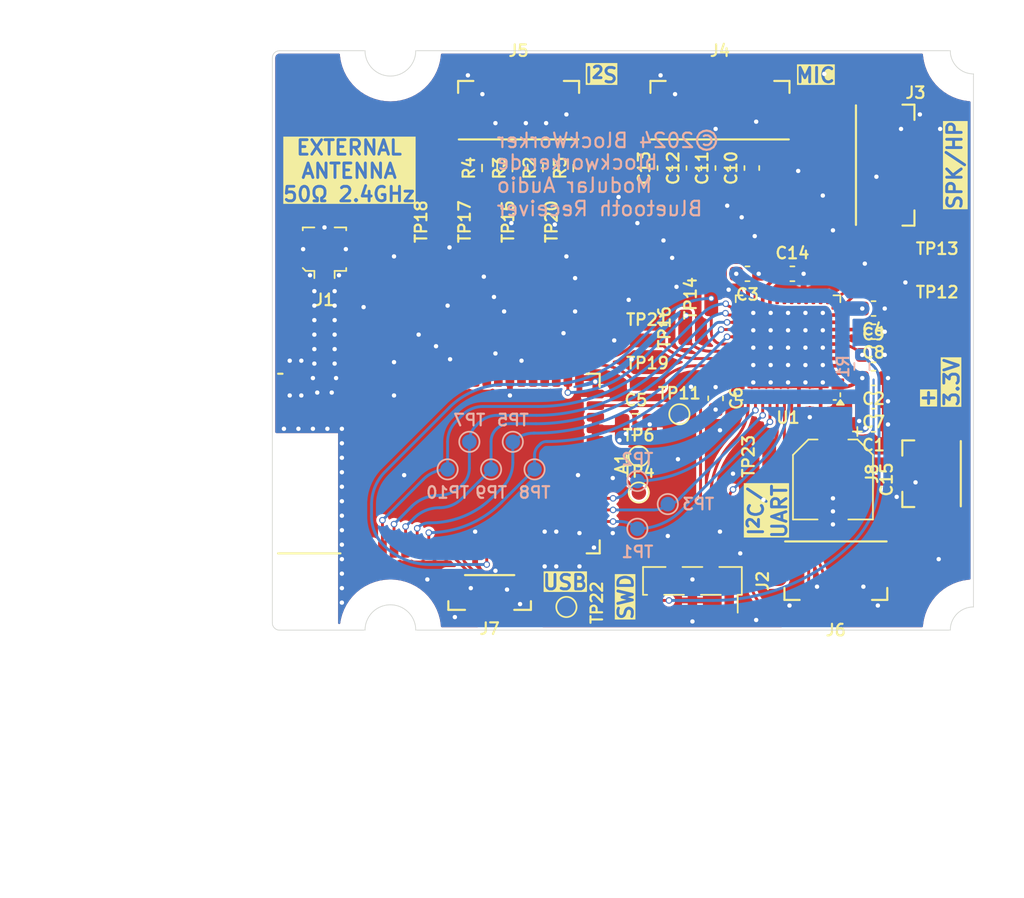
<source format=kicad_pcb>
(kicad_pcb (version 20240108) (generator "pcbnew") (generator_version "8.0")
  (layers (0 "F.Cu" signal) (1 "In1.Cu" signal) (2 "In2.Cu" signal) (31 "B.Cu" signal) (34 "B.Paste" user) (35 "F.Paste" user) (36 "B.SilkS" user "B.Silkscreen") (37 "F.SilkS" user "F.Silkscreen") (38 "B.Mask" user) (39 "F.Mask" user) (44 "Edge.Cuts" user))
  (net 0 "")
  (net 1 "/PIO32")
  (net 2 "GND")
  (net 3 "/PIO3")
  (net 5 "+3.3V")
  (net 6 "Net-(A1-SPKR_HP1_N)")
  (net 7 "/I2S_LRCK")
  (net 11 "/USB_D-")
  (net 12 "Net-(A1-SPKR_HP2_P)")
  (net 13 "/BT_UART_RX")
  (net 14 "/BT_SYS_CTRL")
  (net 15 "/I2S_BCK")
  (net 16 "Net-(A1-VCHG)")
  (net 17 "Net-(A1-MIC1_N)")
  (net 19 "/I2S_DOUT")
  (net 20 "Net-(A1-SPKR_HP1_P)")
  (net 21 "Net-(A1-MIC2_P)")
  (net 22 "Net-(A1-VCHG_SENSE)")
  (net 23 "/PIO31")
  (net 24 "Net-(A1-EXT_RF)")
  (net 25 "Net-(A1-MIC2_N)")
  (net 26 "/PIO26")
  (net 27 "Net-(A1-MIC_BIAS)")
  (net 28 "/BT_~{RST}")
  (net 33 "/PIO6")
  (net 36 "/PIO5")
  (net 37 "/PIO29")
  (net 38 "/I2S_DIN")
  (net 39 "Net-(A1-CHG_EXT)")
  (net 40 "Net-(A1-MIC1_P)")
  (net 41 "Net-(A1-SPKR_HP2_N)")
  (net 42 "/BT_UART_TX")
  (net 43 "/PIO30")
  (net 44 "/USB_D+")
  (net 45 "Net-(J2-Pin_5)")
  (net 46 "Net-(J4-Pin_2)")
  (net 47 "Net-(J4-Pin_3)")
  (net 48 "Net-(J4-Pin_4)")
  (net 49 "Net-(J4-Pin_5)")
  (net 50 "Net-(U1-VCAP_1)")
  (net 51 "/SWDIO")
  (net 52 "/SWCLK")
  (net 53 "Net-(J5-Pin_2)")
  (net 54 "Net-(J5-Pin_3)")
  (net 55 "Net-(J5-Pin_1)")
  (net 56 "Net-(J5-Pin_4)")
  (net 57 "/I2C_~{INT}")
  (net 58 "/I2C_SCL{slash}TX")
  (net 59 "/I2C_SDA{slash}RX")
  (net 60 "/USB_VBUS")
  (net 61 "/DEBUG_TX")
  (net 62 "/DEBUG_RX")
  (footprint "BW_PassiveMechanical:TP_0603_1608Metric_Fused" (layer "F.Cu") (at 147.5 100)
    (property "Reference" "TP21")
    (property "Value" "BT_UART_RX")
  )
  (footprint "TestPoint:TestPoint_Pad_D1.0mm" (layer "F.Cu") (at 146.9 110.5)
    (property "Reference" "TP4")
    (property "Value" "CHG_EXT")
  )
  (footprint "BW_PassiveMechanical:TP_0603_1608Metric_Fused" (layer "F.Cu") (at 136.3 91.8 90)
    (property "Reference" "TP17")
    (property "Value" "I2S_DOUT")
  )
  (footprint "BW_PassiveMechanical:TP_0603_1608Metric_Fused" (layer "F.Cu") (at 139.3 91.8 90)
    (property "Reference" "TP15")
    (property "Value" "I2S_BCK")
  )
  (footprint "Resistor_SMD:R_0603_1608Metric" (layer "F.Cu") (at 136.6 88.1 90)
    (property "Reference" "R4")
    (property "Value" "27Ω")
  )
  (footprint "TestPoint:TestPoint_Pad_D1.0mm" (layer "F.Cu") (at 141.9 118.4)
    (property "Reference" "TP22")
    (property "Value" "USB_VBUS")
  )
  (footprint "Capacitor_SMD:C_0603_1608Metric" (layer "F.Cu") (at 163.1 101)
    (property "Reference" "C9")
    (property "Value" "0.1µF")
  )
  (footprint "Capacitor_SMD:C_0603_1608Metric" (layer "F.Cu") (at 163.1 104.2 180)
    (property "Reference" "C7")
    (property "Value" "0.1µF")
  )
  (footprint "BW_PassiveMechanical:TP_0603_1608Metric_Fused" (layer "F.Cu") (at 167.5 95.1)
    (property "Reference" "TP13")
    (property "Value" "DEBUG_RX")
  )
  (footprint "Capacitor_SMD:C_0603_1608Metric" (layer "F.Cu") (at 163.1 97.8 180)
    (property "Reference" "C4")
    (property "Value" "1µF")
  )
  (footprint "BW_PassiveMechanical:TP_0603_1608Metric_Fused" (layer "F.Cu") (at 150.1 99.1 90)
    (property "Reference" "TP16")
    (property "Value" "BT_~{RST}")
  )
  (footprint "BW_PassiveMechanical:TP_0603_1608Metric_Fused" (layer "F.Cu") (at 151.9 97.1 90)
    (property "Reference" "TP14")
    (property "Value" "BT_SYS_CTRL")
  )
  (footprint "Capacitor_SMD:CP_Elec_5x5.8" (layer "F.Cu") (at 160.3 109.6 -90)
    (property "Reference" "C15")
    (property "Value" "220µF 6.3V")
  )
  (footprint "BW_Connectors:Amphenol_MINITEK_WTB_1.25_6P" (layer "F.Cu") (at 152.5 84.1)
    (property "Reference" "J4")
    (property "Value" "MIC")
  )
  (footprint "Capacitor_SMD:C_0603_1608Metric" (layer "F.Cu") (at 163.1 99.4 180)
    (property "Reference" "C8")
    (property "Value" "0.1µF")
  )
  (footprint "BW_PassiveMechanical:TP_0603_1608Metric_Fused" (layer "F.Cu") (at 147.5 103)
    (property "Reference" "TP19")
    (property "Value" "BT_UART_TX")
  )
  (footprint "BW_Connectors:Amphenol_MINITEK_0.8_4P_V" (layer "F.Cu") (at 136.6 117.4 180)
    (property "Reference" "J7")
    (property "Value" "USB")
  )
  (footprint "Capacitor_SMD:C_0805_2012Metric" (layer "F.Cu") (at 146.7 105.8)
    (property "Reference" "C5")
    (property "Value" "10µF 25V")
  )
  (footprint "BW_PassiveMechanical:TP_0603_1608Metric_Fused" (layer "F.Cu") (at 155.9 108 90)
    (property "Reference" "TP23")
    (property "Value" "I2C_~{INT}")
  )
  (footprint "Resistor_SMD:R_0603_1608Metric" (layer "F.Cu") (at 138.7 88.1 90)
    (property "Reference" "R3")
    (property "Value" "27Ω")
  )
  (footprint "Capacitor_SMD:C_0603_1608Metric" (layer "F.Cu") (at 163.1 102.6 180)
    (property "Reference" "C2")
    (property "Value" "0.1µF")
  )
  (footprint "BW_Connectors:Amphenol_MINITEK_WTB_1.25_2P" (layer "F.Cu") (at 167.1 109.2 90)
    (property "Reference" "J8")
    (property "Value" "3.3V")
  )
  (footprint "Connector_PinSocket_1.27mm:PinSocket_1x05_P1.27mm_Vertical_SMD_Pin1Right" (layer "F.Cu") (at 150.6 116.6 -90)
    (property "Reference" "J2")
    (property "Value" "SWD")
  )
  (footprint "Capacitor_SMD:C_0603_1608Metric" (layer "F.Cu") (at 154.7 88.1 90)
    (property "Reference" "C10")
    (property "Value" "2.2µF")
  )
  (footprint "TestPoint:TestPoint_Pad_D1.0mm" (layer "F.Cu") (at 149.7 105.1)
    (property "Reference" "TP11")
    (property "Value" "VCHG_SENSE")
  )
  (footprint "TestPoint:TestPoint_Pad_D1.0mm" (layer "F.Cu") (at 146.9 108)
    (property "Reference" "TP6")
    (property "Value" "VCHG")
  )
  (footprint "Capacitor_SMD:C_0603_1608Metric" (layer "F.Cu") (at 157.5 95.4)
    (property "Reference" "C14")
    (property "Value" "4.7µF")
  )
  (footprint "BW_Active:IDC777_767" (layer "F.Cu") (at 132.8 108.5 90)
    (property "Reference" "A1")
    (property "Value" "IDC777/767")
  )
  (footprint "BW_PassiveMechanical:TP_0603_1608Metric_Fused" (layer "F.Cu") (at 133.3 91.8 90)
    (property "Reference" "TP18")
    (property "Value" "I2S_DIN")
  )
  (footprint "BW_Connectors:Amphenol_MINITEK_WTB_1.25_5P" (layer "F.Cu") (at 163.9125 87.9 -90)
    (property "Reference" "J3")
    (property "Value" "SPKR/HP")
  )
  (footprint "Resistor_SMD:R_0603_1608Metric" (layer "F.Cu") (at 140.8 88.1 90)
    (property "Reference" "R2")
    (property "Value" "10Ω")
  )
  (footprint "Resistor_SMD:R_0603_1608Metric" (layer "F.Cu") (at 142.9 88.1 90)
    (property "Reference" "R5")
    (property "Value" "27Ω")
  )
  (footprint "Connector_Coaxial:U.FL_Molex_MCRF_73412-0110_Vertical" (layer "F.Cu") (at 125.2 93.7)
    (property "Reference" "J1")
    (property "Value" "EXT_ANTENNA")
  )
  (footprint "Capacitor_SMD:C_0603_1608Metric" (layer "F.Cu") (at 154.4 95.4 180)
    (property "Reference" "C3")
    (property "Value" "0.1µF")
  )
  (footprint "BW_PassiveMechanical:TP_0603_1608Metric_Fused" (layer "F.Cu") (at 167.5 98.1)
    (property "Reference" "TP12")
    (property "Value" "DEBUG_TX")
  )
  (footprint "BW_Connectors:Amphenol_MINITEK_WTB_1.25_5P" (layer "F.Cu") (at 138.6 84.1)
    (property "Reference" "J5")
    (property "Value" "I2S")
  )
  (footprint "Capacitor_SMD:C_0603_1608Metric" (layer "F.Cu") (at 148.7 88.1 90)
    (property "Reference" "C13")
    (property "Value" "2.2µF")
  )
  (footprint "Capacitor_SMD:C_0603_1608Metric" (layer "F.Cu") (at 150.7 88.1 90)
    (property "Reference" "C12")
    (property "Value" "2.2µF")
  )
  (footprint "Package_DFN_QFN:QFN-48-1EP_7x7mm_P0.5mm_EP5.6x5.6mm" (layer "F.Cu") (at 157.2 100.5 180)
    (property "Reference" "U1")
    (property "Value" "STM32F413CHUx")
  )
  (footprint "Capacitor_SMD:C_0603_1608Metric" (layer "F.Cu") (at 152.7 88.1 90)
    (property "Reference" "C11")
    (property "Value" "2.2µF")
  )
  (footprint "BW_Connectors:Amphenol_MINITEK_WTB_1.25_4P" (layer "F.Cu") (at 160.5 115.9 180)
    (property "Reference" "J6")
    (property "Value" "I2C/UART")
  )
  (footprint "Capacitor_SMD:C_0603_1608Metric" (layer "F.Cu") (at 152.2 104 -90)
    (property "Reference" "C6")
    (property "Value" "0.1µF")
  )
  (footprint "Capacitor_SMD:C_0603_1608Metric" (layer "F.Cu") (at 163.1 105.8 180)
    (property "Reference" "C1")
    (property "Value" "4.7µF")
  )
  (footprint "BW_PassiveMechanical:TP_0603_1608Metric_Fused" (layer "F.Cu") (at 142.3 91.8 90)
    (property "Reference" "TP20")
    (property "Value" "I2S_LRCK")
  )
  (footprint "TestPoint:TestPoint_Pad_D1.0mm" (layer "B.Cu") (at 139.7 108.9 180)
    (property "Reference" "TP8")
    (property "Value" "PIO30")
  )
  (footprint "TestPoint:TestPoint_Pad_D1.0mm" (layer "B.Cu") (at 138.2 107 180)
    (property "Reference" "TP5")
    (property "Value" "PIO26")
  )
  (footprint "TestPoint:TestPoint_Pad_D1.0mm" (layer "B.Cu") (at 148.9 111.3 180)
    (property "Reference" "TP3")
    (property "Value" "PIO6")
  )
  (footprint "TestPoint:TestPoint_Pad_D1.0mm" (layer "B.Cu") (at 146.8 109.7 180)
    (property "Reference" "TP2")
    (property "Value" "PIO5")
  )
  (footprint "TestPoint:TestPoint_Pad_D1.0mm" (layer "B.Cu") (at 133.7 108.9 180)
    (property "Reference" "TP10")
    (property "Value" "PIO32")
  )
  (footprint "Resistor_SMD:R_0603_1608Metric" (layer "B.Cu") (at 162.3 101.8 90)
    (property "Reference" "R1")
    (property "Value" "10kΩ")
  )
  (footprint "TestPoint:TestPoint_Pad_D1.0mm" (layer "B.Cu") (at 146.8 113 180)
    (property "Reference" "TP1")
    (property "Value" "PIO3")
  )
  (footprint "TestPoint:TestPoint_Pad_D1.0mm" (layer "B.Cu") (at 135.2 107 180)
    (property "Reference" "TP7")
    (property "Value" "PIO29")
  )
  (footprint "BW_Logo:BW_Logo_10x6.4mm" (layer "B.Cu") (at 131.2 88.6 180)
    (property "Reference" "REF**" (hide yes))
    (property "Value" "BW_Logo_10x6.4mm" (hide yes))
  )
  (footprint "TestPoint:TestPoint_Pad_D1.0mm" (layer "B.Cu") (at 136.7 108.9 180)
    (property "Reference" "TP9")
    (property "Value" "PIO31")
  )
  (gr_arc (start 131.5 80) (mid 129.75 81.75) (end 128 80) (stroke (width 0.05)) (layer "Edge.Cuts"))
  (gr_line (start 122.1 80) (end 128 80) (stroke (width 0.05)) (layer "Edge.Cuts"))
  (gr_arc (start 168.4 120) (mid 168.868629 118.868629) (end 170 118.4) (stroke (width 0.05)) (layer "Edge.Cuts"))
  (gr_line (start 121.6 80.5) (end 121.6 119.5) (stroke (width 0.05)) (layer "Edge.Cuts"))
  (gr_line (start 168.4 80) (end 131.5 80) (stroke (width 0.05)) (layer "Edge.Cuts"))
  (gr_arc (start 128 120) (mid 129.75 118.25) (end 131.5 120) (stroke (width 0.05)) (layer "Edge.Cuts"))
  (gr_line (start 170 118.4) (end 170 81.6) (stroke (width 0.05)) (layer "Edge.Cuts"))
  (gr_arc (start 170 81.6) (mid 168.868629 81.131371) (end 168.4 80) (stroke (width 0.05)) (layer "Edge.Cuts"))
  (gr_arc (start 122.1 120) (mid 121.746447 119.853553) (end 121.6 119.5) (stroke (width 0.05)) (layer "Edge.Cuts"))
  (gr_line (start 131.5 120) (end 168.4 120) (stroke (width 0.05)) (layer "Edge.Cuts"))
  (gr_line (start 122.1 120) (end 128 120) (stroke (width 0.05)) (layer "Edge.Cuts"))
  (gr_arc (start 121.6 80.5) (mid 121.746447 80.146447) (end 122.1 80) (stroke (width 0.05)) (layer "Edge.Cuts"))
  (gr_text "Modular Audio\nBluetooth Receiver" (at 137 90.1 0) (layer "B.SilkS") (effects (font (size 1 1)) (justify right mirror)))
  (gr_text "I^{2}S" (at 144.3 81.7 0) (layer "F.SilkS" knockout) (effects (font (size 1 1) (thickness 0.2) (bold yes))))
  (gr_text "USB" (at 141.8 116.7 0) (layer "F.SilkS" knockout) (effects (font (size 1 1) (thickness 0.2) (bold yes))))
  (gr_text "I^{2}C/\nUART" (at 155.8 111.8 90) (layer "F.SilkS" knockout) (effects (font (size 1 1) (thickness 0.2) (bold yes))))
  (gr_text "EXTERNAL\nANTENNA\n50Ω 2.4GHz" (at 126.9 88.3 0) (layer "F.SilkS" knockout) (effects (font (size 1 1) (thickness 0.2) (bold yes))))
  (gr_text "+" (at 166.9 103.9 0) (layer "F.SilkS" knockout) (effects (font (size 1 1) (thickness 0.2) (bold yes))))
  (gr_text "MIC" (at 159.1 81.7 0) (layer "F.SilkS" knockout) (effects (font (size 1 1) (thickness 0.2) (bold yes))))
  (gr_text "3.3V" (at 168.5 102.9 90) (layer "F.SilkS" knockout) (effects (font (size 1 1) (thickness 0.2) (bold yes))))
  (gr_text "SWD" (at 146 117.7 90) (layer "F.SilkS" knockout) (effects (font (size 1 1) (thickness 0.2) (bold yes))))
  (gr_text "SPK/HP" (at 168.7 87.9 90) (layer "F.SilkS" knockout) (effects (font (size 1 1) (thickness 0.2) (bold yes))))
  (segment (start 153.7625 97.75) (end 153.575979 97.75) (width 0.2) (layer "F.Cu") (net 1))
  (segment (start 129.2 114.4) (end 129.2 112.41) (width 0.2) (layer "F.Cu") (net 1))
  (via (at 152.9 97.47) (size 0.45) (drill 0.3) (layers "F.Cu" "B.Cu") (net 1))
  (via (at 129.2 112.41) (size 0.45) (drill 0.3) (layers "F.Cu" "B.Cu") (net 1))
  (arc (start 153.575979 97.75) (mid 153.210142 97.67723) (end 152.9 97.47) (width 0.2) (layer "F.Cu") (net 1))
  (segment (start 151.295319 98.13468) (end 150.66 98.77) (width 0.2) (layer "B.Cu") (net 1))
  (segment (start 129.2 112.41) (end 132.009964 109.600036) (width 0.2) (layer "B.Cu") (net 1))
  (segment (start 133.7 108.9) (end 133.7 107.004386) (width 0.2) (layer "B.Cu") (net 1))
  (segment (start 134.29 105.58) (end 134.71603 105.15397) (width 0.2) (layer "B.Cu") (net 1))
  (segment (start 148.356037 101.073964) (end 150.66 98.77) (width 0.2) (layer "B.Cu") (net 1))
  (segment (start 136.15 104.56) (end 139.94 104.56) (width 0.2) (layer "B.Cu") (net 1))
  (arc (start 134.71603 105.15397) (mid 135.373941 104.714368) (end 136.15 104.56) (width 0.2) (layer "B.Cu") (net 1))
  (arc (start 133.7 107.004386) (mid 133.853336 106.233514) (end 134.29 105.58) (width 0.2) (layer "B.Cu") (net 1))
  (arc (start 132.009964 109.600036) (mid 132.785359 109.081933) (end 133.7 108.9) (width 0.2) (layer "B.Cu") (net 1))
  (arc (start 152.9 97.47) (mid 152.031553 97.642745) (end 151.295319 98.13468) (width 0.2) (layer "B.Cu") (net 1))
  (arc (start 139.94 104.56) (mid 144.494726 103.654009) (end 148.356037 101.073964) (width 0.2) (layer "B.Cu") (net 1))
  (segment (start 157.95 103.9375) (end 157.95 102.786396) (width 0.25) (layer "F.Cu") (net 2))
  (segment (start 153.7625 102.75) (end 154.437868 102.75) (width 0.25) (layer "F.Cu") (net 2))
  (segment (start 154.95 97.0625) (end 154.95 97.737868) (width 0.25) (layer "F.Cu") (net 2))
  (segment (start 159.45 103.9375) (end 159.45 103.262132) (width 0.25) (layer "F.Cu") (net 2))
  (segment (start 160.6375 99.75) (end 159.486396 99.75) (width 0.25) (layer "F.Cu") (net 2))
  (segment (start 154.95 97.0625) (end 154.95 95.943198) (width 0.25) (layer "F.Cu") (net 2))
  (via (at 166.3 84.4) (size 0.45) (drill 0.3) (layers "F.Cu" "B.Cu") (net 2))
  (via (at 143.891773 102.84653) (size 0.45) (drill 0.3) (layers "F.Cu" "B.Cu") (net 2))
  (via (at 146.4 101.3) (size 0.45) (drill 0.3) (layers "F.Cu" "B.Cu") (net 2))
  (via (at 159.6 99.3) (size 0.45) (drill 0.3) (layers "F.Cu" "B.Cu") (net 2))
  (via (at 156 100.5) (size 0.45) (drill 0.3) (layers "F.Cu" "B.Cu") (net 2))
  (via (at 157.2 98.1) (size 0.45) (drill 0.3) (layers "F.Cu" "B.Cu") (net 2))
  (via (at 124.5 100.6) (size 0.45) (drill 0.3) (layers "F.Cu" "B.Cu") (net 2))
  (via (at 157.3 118.3) (size 0.45) (drill 0.3) (layers "F.Cu" "B.Cu") (net 2))
  (via (at 158.7 105.3) (size 0.45) (drill 0.3) (layers "F.Cu" "B.Cu") (net 2))
  (via (at 155.175 95.4) (size 0.45) (drill 0.3) (layers "F.Cu" "B.Cu") (net 2))
  (via (at 124.2 95.5) (size 0.45) (drill 0.3) (layers "F.Cu" "B.Cu") (net 2))
  (via (at 140.4 113.2) (size 0.45) (drill 0.3) (layers "F.Cu" "B.Cu") (net 2))
  (via (at 136.9 97) (size 0.45) (drill 0.3) (layers "F.Cu" "B.Cu") (net 2))
  (via (at 125.2 92.2) (size 0.45) (drill 0.3) (layers "F.Cu" "B.Cu") (net 2))
  (via (at 158.4 100.5) (size 0.45) (drill 0.3) (layers "F.Cu" "B.Cu") (net 2))
  (via (at 141.9 94.2) (size 0.45) (drill 0.3) (layers "F.Cu" "B.Cu") (net 2))
  (via (at 124.4 102.6) (size 0.45) (drill 0.3) (layers "F.Cu" "B.Cu") (net 2))
  (via (at 160.3 111.8) (size 0.45) (drill 0.3) (layers "F.Cu" "B.Cu") (net 2))
  (via (at 147.65 105.8) (size 0.45) (drill 0.3) (layers "F.Cu" "B.Cu") (net 2))
  (via (at 126.4 117.1) (size 0.45) (drill 0.3) (layers "F.Cu" "B.Cu") (net 2))
  (via (at 164.7 110.8) (size 0.45) (drill 0.3) (layers "F.Cu" "B.Cu") (net 2))
  (via (at 154.8 102.9) (size 0.45) (drill 0.3) (layers "F.Cu" "B.Cu") (net 2))
  (via (at 125.9 101.6) (size 0.45) (drill 0.3) (layers "F.Cu" "B.Cu") (net 2))
  (via (at 158.4 101.7) (size 0.45) (drill 0.3) (layers "F.Cu" "B.Cu") (net 2))
  (via (at 156 99.3) (size 0.45) (drill 0.3) (layers "F.Cu" "B.Cu") (net 2))
  (via (at 149.6 108.2) (size 0.45) (drill 0.3) (layers "F.Cu" "B.Cu") (net 2))
  (via (at 159.6 100.5) (size 0.45) (drill 0.3) (layers "F.Cu" "B.Cu") (net 2))
  (via (at 152.2 85.4) (size 0.45) (drill 0.3) (layers "F.Cu" "B.Cu") (net 2))
  (via (at 163.875 97.8) (size 0.45) (drill 0.3) (layers "F.Cu" "B.Cu") (net 2))
  (via (at 159.2 117) (size 0.45) (drill 0.3) (layers "F.Cu" "B.Cu") (net 2))
  (via (at 150.6 119.4) (size 0.45) (drill 0.3) (layers "F.Cu" "B.Cu") (net 2))
  (via (at 131.7 99.6) (size 0.45) (drill 0.3) (layers "F.Cu" "B.Cu") (net 2))
  (via (at 132.9 100.4) (size 0.45) (drill 0.3) (layers "F.Cu" "B.Cu") (net 2))
  (via (at 139.1 85) (size 0.45) (drill 0.3) (layers "F.Cu" "B.Cu") (net 2))
  (via (at 156 101.7) (size 0.45) (drill 0.3) (layers "F.Cu" "B.Cu") (net 2))
  (via (at 145.2 100) (size 0.45) (drill 0.3) (layers "F.Cu" "B.Cu") (net 2))
  (via (at 148.4 81.7) (size 0.45) (drill 0.3) (layers "F.Cu" "B.Cu") (net 2))
  (via (at 126.4 116.1) (size 0.45) (drill 0.3) (layers "F.Cu" "B.Cu") (net 2))
  (via (at 141.1 92) (size 0.45) (drill 0.3) (layers "F.Cu" "B.Cu") (net 2))
  (via (at 159.6 101.7) (size 0.45) (drill 0.3) (layers "F.Cu" "B.Cu") (net 2))
  (via (at 149.2 94.3) (size 0.45) (drill 0.3) (layers "F.Cu" "B.Cu") (net 2))
  (via (at 136.1 83) (size 0.45) (drill 0.3) (layers "F.Cu" "B.Cu") (net 2))
  (via (at 165.3 96) (size 0.45) (drill 0.3) (layers "F.Cu" "B.Cu") (net 2))
  (via (at 141.7 99.5) (size 0.45) (drill 0.3) (layers "F.Cu" "B.Cu") (net 2))
  (via (at 160.3 110.9) (size 0.45) (drill 0.3) (layers "F.Cu" "B.Cu") (net 2))
  (via (at 159.6 98.1) (size 0.45) (drill 0.3) (layers "F.Cu" "B.Cu") (net 2))
  (via (at 153.1 96.5) (size 0.45) (drill 0.3) (layers "F.Cu" "B.Cu") (net 2))
  (via (at 135.3 117.1) (size 0.45) (drill 0.3) (layers "F.Cu" "B.Cu") (net 2))
  (via (at 148.6 93.1) (size 0.45) (drill 0.3) (layers "F.Cu" "B.Cu") (net 2))
  (via (at 149.5 96.3) (size 0.45) (drill 0.3) (layers "F.Cu" "B.Cu") (net 2))
  (via (at 156 102.9) (size 0.45) (drill 0.3) (layers "F.Cu" "B.Cu") (net 2))
  (via (at 163.875 101) (size 0.45) (drill 0.3) (layers "F.Cu" "B.Cu") (net 2))
  (via (at 126.4 118.1) (size 0.45) (drill 0.3) (layers "F.Cu" "B.Cu") (net 2))
  (via (at 154.8 100.5) (size 0.45) (drill 0.3) (layers "F.Cu" "B.Cu") (net 2))
  (via (at 142.7 109.3) (size 0.45) (drill 0.3) (layers "F.Cu" "B.Cu") (net 2))
  (via (at 132.3 116.5) (size 0.45) (drill 0.3) (layers "F.Cu" "B.Cu") (net 2))
  (via (at 152.5 113.2) (size 0.45) (drill 0.3) (layers "F.Cu" "B.Cu") (net 2))
  (via (at 142.5 98) (size 0.45) (drill 0.3) (layers "F.Cu" "B.Cu") (net 2))
  (via (at 123.725 93.7) (size 0.45) (drill 0.3) (layers "F.Cu" "B.Cu") (net 2))
  (via (at 125.9 96.6) (size 0.45) (drill 0.3) (layers "F.Cu" "B.Cu") (net 2))
  (via (at 154 91.5) (size 0.45) (drill 0.3) (layers "F.Cu" "B.Cu") (net 2))
  (via (at 141.2 115.6) (size 0.45) (drill 0.3) (layers "F.Cu" "B.Cu") (net 2))
  (via (at 130 101.5) (size 0.45) (drill 0.3) (layers "F.Cu" "B.Cu") (net 2))
  (via (at 127.9 97.7) (size 0.45) (drill 0.3) (layers "F.Cu" "B.Cu") (net 2))
  (via (at 149.4 83) (size 0.45) (drill 0.3) (layers "F.Cu" "B.Cu") (net 2))
  (via (at 130 94.2) (size 0.45) (drill 0.3) (layers "F.Cu" "B.Cu") (net 2))
  (via (at 158.4 102.9) (size 0.45) (drill 0.3) (layers "F.Cu" "B.Cu") (net 2))
  (via (at 155 119.3) (size 0.45) (drill 0.3) (layers "F.Cu" "B.Cu") (net 2))
  (via (at 158.4 98.1) (size 0.45) (drill 0.3) (layers "F.Cu" "B.Cu") (net 2))
  (via (at 135.6 113.2) (size 0.45) (drill 0.3) (layers "F.Cu" "B.Cu") (net 2))
  (via (at 124.5 99.6) (size 0.45) (drill 0.3) (layers "F.Cu" "B.Cu") (net 2))
  (via (at 126.675 93.7) (size 0.45) (drill 0.3) (layers "F.Cu" "B.Cu") (net 2))
  (via (at 159.6 90) (size 0.45) (drill 0.3) (layers "F.Cu" "B.Cu") (net 2))
  (via (at 138.1 91.9) (size 0.45) (drill 0.3) (layers "F.Cu" "B.Cu") (net 2))
  (via (at 123.6 103.8) (size 0.45) (drill 0.3) (layers "F.Cu" "B.Cu") (net 2))
  (via (at 133.87 101.3) (size 0.45) (drill 0.3) (layers "F.Cu" "B.Cu") (net 2))
  (via (at 166 109.8) (size 0.45) (drill 0.3) (layers "F.Cu" "B.Cu") (net 2))
  (via (at 124.5 97.6) (size 0.45) (drill 0.3) (layers "F.Cu" "B.Cu") (net 2))
  (via (at 125.7 103.6) (size 0.45) (drill 0.3) (layers "F.Cu" "B.Cu") (net 2))
  (via (at 122.8 103.8) (size 0.45) (drill 0.3) (layers "F.Cu" "B.Cu") (net 2))
  (via (at 156 98.1) (size 0.45) (drill 0.3) (layers "F.Cu" "B.Cu") (net 2))
  (via (at 153.4 109.2) (size 0.45) (drill 0.3) (layers "F.Cu" "B.Cu") (net 2))
  (via (at 125.9 100.6) (size 0.45) (drill 0.3) (layers "F.Cu" "B.Cu") (net 2))
  (via (at 146.8 91.9) (size 0.45) (drill 0.3) (layers "F.Cu" "B.Cu") (net 2))
  (via (at 150.5 103.2) (size 0.45) (drill 0.3) (layers "F.Cu" "B.Cu") (net 2))
  (via (at 138.8 101.4) (size 0.45) (drill 0.3) (layers "F.Cu" "B.Cu") (net 2))
  (via (at 159.7 81.6) (size 0.45) (drill 0.3) (layers "F.Cu" "B.Cu") (net 2))
  (via (at 123.6 101.4) (size 0.45) (drill 0.3) (layers "F.Cu" "B.Cu") (net 2))
  (via (at 157.2 101.7) (size 0.45) (drill 0.3) (layers "F.Cu" "B.Cu") (net 2))
  (via (at 122.8 101.4) (size 0.45) (drill 0.3) (layers "F.Cu" "B.Cu") (net 2))
  (via (at 137 100.9) (size 0.45) (drill 0.3) (layers "F.Cu" "B.Cu") (net 2))
  (via (at 154.8 98.1) (size 0.45) (drill 0.3) (layers "F.Cu" "B.Cu") (net 2))
  (via (at 162.4 117) (size 0.45) (drill 0.3) (layers "F.Cu" "B.Cu") (net 2))
  (via (at 163.3 88.7) (size 0.45) (drill 0.3) (layers "F.Cu" "B.Cu") (net 2))
  (via (at 154.9 92.8) (size 0.45) (drill 0.3) (layers "F.Cu" "B.Cu") (net 2))
  (via (at 125.9 99.6) (size 0.45) (drill 0.3) (layers "F.Cu" "B.Cu") (net 2))
  (via (at 146.2 97.2) (size 0.45) (drill 0.3) (layers "F.Cu" "B.Cu") (net 2))
  (via (at 163.875 99.4) (size 0.45) (drill 0.3) (layers "F.Cu" "B.Cu") (net 2))
  (via (at 137 85) (size 0.45) (drill 0.3) (layers "F.Cu" "B.Cu") (net 2))
  (via (at 154.8 101.7) (size 0.45) (drill 0.3) (layers "F.Cu" "B.Cu") (net 2))
  (via (at 137.6 98) (size 0.45) (drill 0.3) (layers "F.Cu" "B.Cu") (net 2))
  (via (at 157.2 100.5) (size 0.45) (drill 0.3) (layers "F.Cu" "B.Cu") (net 2))
  (via (at 134.2 119.1) (size 0.45) (drill 0.3) (layers "F.Cu" "B.Cu") (net 2))
  (via (at 137 115.9) (size 0.45) (drill 0.3) (layers "F.Cu" "B.Cu") (net 2))
  (via (at 164.1 102.6) (size 0.45) (drill 0.3) (layers "F.Cu" "B.Cu") (net 2))
  (via (at 159.6 102.9) (size 0.45) (drill 0.3) (layers "F.Cu" "B.Cu") (net 2))
  (via (at 145.1 113.3) (size 0.45) (drill 0.3) (layers "F.Cu" "B.Cu") (net 2))
  (via (at 160.3 112.7) (size 0.45) (drill 0.3) (layers "F.Cu" "B.Cu") (net 2))
  (via (at 124.5 96.6) (size 0.45) (drill 0.3) (layers "F.Cu" "B.Cu") (net 2))
  (via (at 145.5 90.1) (size 0.45) (drill 0.3) (layers "F.Cu" "B.Cu") (net 2))
  (via (at 126.2 95.5) (size 0.45) (drill 0.3) (layers "F.Cu" "B.Cu") (net 2))
  (via (at 124.5 98.6) (size 0.45) (drill 0.3) (layers "F.Cu" "B.Cu") (net 2))
  (via (at 126.4 115.1) (size 0.45) (drill 0.3) (layers "F.Cu" "B.Cu") (net 2))
  (via (at 136.2 95.6) (size 0.45) (drill 0.3) (layers "F.Cu" "B.Cu") (net 2))
  (via (at 130 103.8) (size 0.45) (drill 0.3) (layers "F.Cu" "B.Cu") (net 2))
  (via (at 157.2 102.9) (size 0.45) (drill 0.3) (layers "F.Cu" "B.Cu") (net 2))
  (via (at 138 103.8) (size 0.45) (drill 0.3) (layers "F.Cu" "B.Cu") (net 2))
  (via (at 133.7 97.6) (size 0.45) (drill 0.3) (layers "F.Cu" "B.Cu") (net 2))
  (via (at 140.4 115.6) (size 0.45) (drill 0.3) (layers "F.Cu" "B.Cu") (net 2))
  (via (at 124.7 103.6) (size 0.45) (drill 0.3) (layers "F.Cu" "B.Cu") (net 2))
  (via (at 140.5 85) (size 0.45) (drill 0.3) (layers "F.Cu" "B.Cu") (net 2))
  (via (at 162.5 94.7) (size 0.45) (drill 0.3) (layers "F.Cu" "B.Cu") (net 2))
  (via (at 158.275 95.4) (size 0.45) (drill 0.3) (layers "F.Cu" "B.Cu") (net 2))
  (via (at 163.4 118.3) (size 0.45) (drill 0.3) (layers "F.Cu" "B.Cu") (net 2))
  (via (at 141.2 113.2) (size 0.45) (drill 0.3) (layers "F.Cu" "B.Cu") (net 2))
  (via (at 152.5 106.2) (size 0.45) (drill 0.3) (layers "F.Cu" "B.Cu") (net 2))
  (via (at 148.9 113.5) (size 0.45) (drill 0.3) (layers "F.Cu" "B.Cu") (net 2))
  (via (at 130.7 109.3) (size 0.45) (drill 0.3) (layers "F.Cu" "B.Cu") (net 2))
  (via (at 138.7 118.2) (size 0.45) (drill 0.3) (layers "F.Cu" "B.Cu") (net 2))
  (via (at 167.6 115.1) (size 0.45) (drill 0.3) (layers "F.Cu" "B.Cu") (net 2))
  (via (at 125.9 98.6) (size 0.45) (drill 0.3) (layers "F.Cu" "B.Cu") (net 2))
  (via (at 150.6 116.5) (size 0.45) (drill 0.3) (layers "F.Cu" "B.Cu") (net 2))
  (via (at 158.4 99.3) (size 0.45) (drill 0.3) (layers "F.Cu" "B.Cu") (net 2))
  (via (at 155 84.9) (size 0.45) (drill 0.3) (layers "F.Cu" "B.Cu") (net 2))
  (via (at 142.5 95.7) (size 0.45) (drill 0.3) (layers "F.Cu" "B.Cu") (net 2))
  (via (at 135.1 81.7) (size 0.45) (drill 0.3) (layers "F.Cu" "B.Cu") (net 2))
  (via (at 165 85.4) (size 0.45) (drill 0.3) (layers "F.Cu" "B.Cu") (net 2))
  (via (at 141.9 84.4) (size 0.45) (drill 0.3) (layers "F.Cu" "B.Cu") (net 2))
  (via (at 154.8 99.3) (size 0.45) (drill 0.3) (layers "F.Cu" "B.Cu") (net 2))
  (via (at 167.7 85.4) (size 0.45) (drill 0.3) (layers "F.Cu" "B.Cu") (net 2))
  (via (at 160.3 92.4) (size 0.45) (drill 0.3) (layers "F.Cu" "B.Cu") (net 2))
  (via (at 157.9 88.3) (size 0.45) (drill 0.3) (layers "F.Cu" "B.Cu") (net 2))
  (via (at 145.1 109.5) (size 0.45) (drill 0.3) (layers "F.Cu" "B.Cu") (net 2))
  (via (at 137.8 117.2) (size 0.45) (drill 0.3) (layers "F.Cu" "B.Cu") (net 2))
  (via (at 153.9 114.7) (size 0.45) (drill 0.3) (layers "F.Cu" "B.Cu") (net 2))
  (via (at 143.8 114.3) (size 0.45) (drill 0.3) (layers "F.Cu" "B.Cu") (net 2))
  (via (at 152.2 103.225) (size 0.45) (drill 0.3) (layers "F.Cu" "B.Cu") (net 2))
  (via (at 142.8 113.3) (size 0.45) (drill 0.3) (layers "F.Cu" "B.Cu") (net 2))
  (via (at 133.83 93.58) (size 0.45) (drill 0.3) (layers "F.Cu" "B.Cu") (net 2))
  (via (at 155.5 111) (size 0.45) (drill 0.3) (layers "F.Cu" "B.Cu") (net 2))
  (via (at 157.2 99.3) (size 0.45) (drill 0.3) (layers "F.Cu" "B.Cu") (net 2))
  (via (at 126 102.6) (size 0.45) (drill 0.3) (layers "F.Cu" "B.Cu") (net 2))
  (via (at 164.1 105.8) (size 0.45) (drill 0.3) (layers "F.Cu" "B.Cu") (net 2))
  (via (at 164.1 104.2) (size 0.45) (drill 0.3) (layers "F.Cu" "B.Cu") (net 2))
  (via (at 153 90.7) (size 0.45) (drill 0.3) (layers "F.Cu" "B.Cu") (net 2))
  (via (at 142.8 115.6) (size 0.45) (drill 0.3) (layers "F.Cu" "B.Cu") (net 2))
  (via (at 125.9 97.6) (size 0.45) (drill 0.3) (layers "F.Cu" "B.Cu") (net 2))
  (via (at 124.5 101.6) (size 0.45) (drill 0.3) (layers "F.Cu" "B.Cu") (net 2))
  (arc (start 154.437868 102.75) (mid 154.633852 102.788984) (end 154.8 102.9) (width 0.25) (layer "F.Cu") (net 2))
  (arc (start 159.45 103.262132) (mid 159.488984 103.066148) (end 159.6 102.9) (width 0.25) (layer "F.Cu") (net 2))
  (arc (start 154.95 95.943198) (mid 155.008476 95.649222) (end 155.175 95.4) (width 0.25) (layer "F.Cu") (net 2))
  (arc (start 154.95 97.737868) (mid 154.911016 97.933852) (end 154.8 98.1) (width 0.25) (layer "F.Cu") (net 2))
  (arc (start 159.486396 99.75) (mid 158.898443 99.633049) (end 158.4 99.3) (width 0.25) (layer "F.Cu") (net 2))
  (arc (start 157.95 102.786396) (mid 158.066951 102.198443) (end 158.4 101.7) (width 0.25) (layer "F.Cu") (net 2))
  (segment (start 155.95 103.9375) (end 155.95 105.62) (width 0.2) (layer "F.Cu") (net 3))
  (segment (start 143.9 112.5) (end 145.12 112.5) (width 0.2) (layer "F.Cu") (net 3))
  (via (at 145.12 112.5) (size 0.45) (drill 0.3) (layers "F.Cu" "B.Cu") (net 3))
  (via (at 155.95 105.62) (size 0.45) (drill 0.3) (layers "F.Cu" "B.Cu") (net 3))
  (segment (start 145.12 112.5) (end 145.592894 112.5) (width 0.2) (layer "B.Cu") (net 3))
  (segment (start 155.95 105.62) (end 149.821579 111.748421) (width 0.2) (layer "B.Cu") (net 3))
  (arc (start 149.821579 111.748421) (mid 148.435266 112.674725) (end 146.8 113) (width 0.2) (layer "B.Cu") (net 3))
  (arc (start 145.592894 112.5) (mid 146.246175 112.629946) (end 146.8 113) (width 0.2) (layer "B.Cu") (net 3))
  (segment (start 153.468024 103.371976) (end 152.29546 104.54454) (width 0.25) (layer "F.Cu") (net 5))
  (segment (start 143.9 105.3) (end 143.9 106.1) (width 0.5) (layer "F.Cu") (net 5))
  (segment (start 160.787904 106.222097) (end 160.8 106.21) (width 1) (layer "F.Cu") (net 5))
  (segment (start 162.325 104.2) (end 162.325 105.8) (width 1) (layer "F.Cu") (net 5))
  (segment (start 164.65 108.575) (end 161.162903 108.575) (width 1) (layer "F.Cu") (net 5))
  (segment (start 160.6375 99.25) (end 161.962868 99.25) (width 0.25) (layer "F.Cu") (net 5))
  (segment (start 153.857798 95.632798) (end 153.625 95.4) (width 0.25) (layer "F.Cu") (net 5))
  (segment (start 143.9 106.1) (end 145.025736 106.1) (width 0.5) (layer "F.Cu") (net 5))
  (segment (start 153.14 117.95) (end 153.14 110.917695) (width 0.2) (layer "F.Cu") (net 5))
  (segment (start 162.325 105.8) (end 161.789827 105.8) (width 1) (layer "F.Cu") (net 5))
  (segment (start 160.3 107.4) (end 160.3 108.157574) (width 1) (layer "F.Cu") (net 5))
  (segment (start 143.9 106.9) (end 143.9 106.1) (width 0.5) (layer "F.Cu") (net 5))
  (segment (start 159.95 103.9375) (end 161.691269 103.9375) (width 0.25) (layer "F.Cu") (net 5))
  (segment (start 160.6375 103.25) (end 160.755762 103.25) (width 0.25) (layer "F.Cu") (net 5))
  (segment (start 145.75 105.8) (end 145.75 106.72) (width 1) (layer "F.Cu") (net 5))
  (via (at 146.01 106.45) (size 0.45) (drill 0.3) (layers "F.Cu" "B.Cu") (net 5))
  (via (at 153.625 95.4) (size 0.45) (drill 0.3) (layers "F.Cu" "B.Cu") (net 5))
  (via (at 162.537271 106.038726) (size 0.45) (drill 0.3) (layers "F.Cu" "B.Cu") (net 5))
  (via (at 162.109512 105.561611) (size 0.45) (drill 0.3) (layers "F.Cu" "B.Cu") (net 5))
  (via (at 162.325 102.6) (size 0.45) (drill 0.3) (layers "F.Cu" "B.Cu") (net 5))
  (via (at 152.2 104.775) (size 0.45) (drill 0.3) (layers "F.Cu" "B.Cu") (net 5))
  (via (at 162.325 97.8) (size 0.45) (drill 0.3) (layers "F.Cu" "B.Cu") (net 5))
  (via (at 145.56 106.89) (size 0.45) (drill 0.3) (layers "F.Cu" "B.Cu") (net 5))
  (via (at 153.4 110.29) (size 0.45) (drill 0.3) (layers "F.Cu" "B.Cu") (net 5))
  (arc (start 160.755762 103.25) (mid 161.605028 103.08107) (end 162.325 102.6) (width 0.25) (layer "F.Cu") (net 5))
  (arc (start 145.025736 106.1) (mid 145.417705 106.022032) (end 145.75 105.8) (width 0.5) (layer "F.Cu") (net 5))
  (arc (start 161.962868 99.25) (mid 162.158852 99.288984) (end 162.325 99.4) (width 0.25) (layer "F.Cu") (net 5))
  (arc (start 160.3 108.157574) (mid 160.307797 108.19677) (end 160.33 108.23) (width 1) (layer "F.Cu") (net 5))
  (arc (start 152.29546 104.54454) (mid 152.224809 104.650276) (end 152.2 104.775) (width 0.25) (layer "F.Cu") (net 5))
  (arc (start 153.14 110.917695) (mid 153.207572 110.577989) (end 153.4 110.29) (width 0.2) (layer "F.Cu") (net 5))
  (arc (start 161.789827 105.8) (mid 161.254137 105.906555) (end 160.8 106.21) (width 1) (layer "F.Cu") (net 5))
  (arc (start 154.45 97.0625) (mid 154.296092 96.288751) (end 153.857798 95.632798) (width 0.25) (layer "F.Cu") (net 5))
  (arc (start 161.691269 103.9375) (mid 162.034241 104.005722) (end 162.325 104.2) (width 0.25) (layer "F.Cu") (net 5))
  (arc (start 161.162903 108.575) (mid 160.712139 108.485337) (end 160.33 108.23) (width 1) (layer "F.Cu") (net 5))
  (arc (start 160.3 107.4) (mid 160.426802 106.762523) (end 160.787904 106.222097) (width 1) (layer "F.Cu") (net 5))
  (arc (start 153.7625 103.25) (mid 153.603131 103.281701) (end 153.468024 103.371976) (width 0.25) (layer "F.Cu") (net 5))
  (segment (start 157.270462 96.91) (end 159.755736 96.91) (width 1) (layer "B.Cu") (net 5))
  (segment (start 162.33 102.612071) (end 162.33 103.9) (width 1) (layer "B.Cu") (net 5))
  (segment (start 147.504355 106.72) (end 145.75 106.72) (width 1) (layer "B.Cu") (net 5))
  (segment (start 160.95 101.212599) (end 160.95 98.34468) (width 1) (layer "B.Cu") (net 5))
  (segment (start 162.325 102.6) (end 162.33 102.612071) (width 1) (layer "B.Cu") (net 5))
  (segment (start 153.4 110.29) (end 155.532232 108.157768) (width 0.2) (layer "B.Cu") (net 5))
  (segment (start 162.33 103.9) (end 162.33 105.87) (width 1) (layer "B.Cu") (net 5))
  (segment (start 154.336579 103.89) (end 157.3 103.89) (width 1) (layer "B.Cu") (net 5))
  (segment (start 161.489125 102.289124) (end 161.33 102.13) (width 1) (layer "B.Cu") (net 5))
  (segment (start 157.3 103.89) (end 162.305858 103.89) (width 1) (layer "B.Cu") (net 5))
  (segment (start 162.325 97.8) (end 160.854725 97.8) (width 1) (layer "B.Cu") (net 5))
  (arc (start 155.532232 108.157768) (mid 156.840572 106.199699) (end 157.3 103.89) (width 0.2) (layer "B.Cu") (net 5))
  (arc (start 162.305858 103.89) (mid 162.318923 103.892599) (end 162.33 103.9) (width 1) (layer "B.Cu") (net 5))
  (arc (start 152.2 104.775) (mid 150.04562 106.214511) (end 147.504355 106.72) (width 1) (layer "B.Cu") (net 5))
  (arc (start 160.95 98.34468) (mid 160.827851 97.730596) (end 160.48 97.21) (width 1) (layer "B.Cu") (net 5))
  (arc (start 160.48 97.21) (mid 160.147705 96.987967) (end 159.755736 96.91) (width 1) (layer "B.Cu") (net 5))
  (arc (start 152.2 104.775) (mid 153.18027 104.120004) (end 154.336579 103.89) (width 1) (layer "B.Cu") (net 5))
  (arc (start 153.625 95.4) (mid 155.297552 96.517564) (end 157.270462 96.91) (width 1) (layer "B.Cu") (net 5))
  (arc (start 162.3 102.625) (mid 161.861157 102.537709) (end 161.489125 102.289124) (width 1) (layer "B.Cu") (net 5))
  (arc (start 161.33 102.13) (mid 161.048758 101.709093) (end 160.95 101.212599) (width 1) (layer "B.Cu") (net 5))
  (segment (start 166.3625 87.9) (end 166.332842 87.9) (width 0.2) (layer "F.Cu") (net 6))
  (segment (start 135.6 102.6) (end 135.6 102.027695) (width 0.2) (layer "F.Cu") (net 6))
  (segment (start 165.783345 87.633345) (end 165.85 87.7) (width 0.2) (layer "F.Cu") (net 6))
  (segment (start 139.38 99.26) (end 139.651624 99.26) (width 0.2) (layer "F.Cu") (net 6))
  (segment (start 164.68867 87.4) (end 165.22 87.4) (width 0.2) (layer "F.Cu") (net 6))
  (segment (start 146.17 96.56) (end 148.690431 94.039569) (width 0.2) (layer "F.Cu") (net 6))
  (segment (start 135.86 101.4) (end 137.024193 100.235807) (width 0.2) (layer "F.Cu") (net 6))
  (segment (start 158.438011 90.001989) (end 158.46 89.98) (width 0.2) (layer "F.Cu") (net 6))
  (arc (start 165.22 87.4) (mid 165.52488 87.460644) (end 165.783345 87.633345) (width 0.2) (layer "F.Cu") (net 6))
  (arc (start 137.024193 100.235807) (mid 138.105046 99.513604) (end 139.38 99.26) (width 0.2) (layer "F.Cu") (net 6))
  (arc (start 148.690431 94.039569) (mid 150.296047 92.966731) (end 152.19 92.59) (width 0.2) (layer "F.Cu") (net 6))
  (arc (start 158.46 89.98) (mid 161.317738 88.07052) (end 164.68867 87.4) (width 0.2) (layer "F.Cu") (net 6))
  (arc (start 166.332842 87.9) (mid 166.07153 87.848022) (end 165.85 87.7) (width 0.2) (layer "F.Cu") (net 6))
  (arc (start 152.19 92.59) (mid 155.571399 91.917398) (end 158.438011 90.001989) (width 0.2) (layer "F.Cu") (net 6))
  (arc (start 139.651624 99.26) (mid 143.179344 98.558293) (end 146.17 96.56) (width 0.2) (layer "F.Cu") (net 6))
  (arc (start 135.6 102.027695) (mid 135.667572 101.687989) (end 135.86 101.4) (width 0.2) (layer "F.Cu") (net 6))
  (segment (start 142.3 91.8) (end 142.3 90.373528) (width 0.2) (layer "F.Cu") (net 7))
  (segment (start 141.67 93.26) (end 141.750502 93.179498) (width 0.2) (layer "F.Cu") (net 7))
  (segment (start 137.07 94.7) (end 138.193533 94.7) (width 0.2) (layer "F.Cu") (net 7))
  (segment (start 130.53 99.89) (end 134.765406 95.654594) (width 0.2) (layer "F.Cu") (net 7))
  (segment (start 142.3 91.852893) (end 142.3 91.8) (width 0.2) (layer "F.Cu") (net 7))
  (segment (start 130.175807 100.244192) (end 130.53 99.89) (width 0.2) (layer "F.Cu") (net 7))
  (arc (start 134.765406 95.654594) (mid 135.822763 94.948091) (end 137.07 94.7) (width 0.2) (layer "F.Cu") (net 7))
  (arc (start 142.3 90.373528) (mid 142.455935 89.589591) (end 142.9 88.925) (width 0.2) (layer "F.Cu") (net 7))
  (arc (start 141.750502 93.179498) (mid 142.15719 92.570846) (end 142.3 91.852893) (width 0.2) (layer "F.Cu") (net 7))
  (arc (start 138.193533 94.7) (mid 140.074983 94.325756) (end 141.67 93.26) (width 0.2) (layer "F.Cu") (net 7))
  (arc (start 129.2 102.6) (mid 129.453604 101.325046) (end 130.175807 100.244192) (width 0.2) (layer "F.Cu") (net 7))
  (segment (start 136.2 117.63) (end 136.2 118.4) (width 0.2) (layer "F.Cu") (net 11))
  (segment (start 134.318198 115.168198) (end 135.789878 116.639878) (width 0.2) (layer "F.Cu") (net 11))
  (arc (start 134 114.4) (mid 134.082697 114.815746) (end 134.318198 115.168198) (width 0.2) (layer "F.Cu") (net 11))
  (arc (start 135.789878 116.639878) (mid 136.093413 117.09415) (end 136.2 117.63) (width 0.2) (layer "F.Cu") (net 11))
  (segment (start 152.22 93.83) (end 152.229234 93.826175) (width 0.2) (layer "F.Cu") (net 12))
  (segment (start 137.2 102.6) (end 137.19 102.59) (width 0.2) (layer "F.Cu") (net 12))
  (segment (start 166.3625 90.4) (end 166.295269 90.4) (width 0.2) (layer "F.Cu") (net 12))
  (segment (start 137.45 101.6) (end 137.838751 101.211249) (width 0.2) (layer "F.Cu") (net 12))
  (segment (start 147.27 97.32) (end 149.727624 94.862376) (width 0.2) (layer "F.Cu") (net 12))
  (segment (start 139.58 100.49) (end 139.616944 100.49) (width 0.2) (layer "F.Cu") (net 12))
  (segment (start 152.229234 93.826175) (end 153.829386 93.826175) (width 0.2) (layer "F.Cu") (net 12))
  (segment (start 163.24 89.87) (end 165.015736 89.87) (width 0.2) (layer "F.Cu") (net 12))
  (segment (start 158.89 91.73) (end 158.989304 91.630696) (width 0.2) (layer "F.Cu") (net 12))
  (segment (start 137.19 102.59) (end 137.19 102.227695) (width 0.2) (layer "F.Cu") (net 12))
  (arc (start 137.838751 101.211249) (mid 138.637642 100.677446) (end 139.58 100.49) (width 0.2) (layer "F.Cu") (net 12))
  (arc (start 165.015736 89.87) (mid 165.407704 89.947968) (end 165.74 90.17) (width 0.2) (layer "F.Cu") (net 12))
  (arc (start 149.727624 94.862376) (mid 150.871135 94.098306) (end 152.22 93.83) (width 0.2) (layer "F.Cu") (net 12))
  (arc (start 139.616944 100.49) (mid 143.758748 99.666144) (end 147.27 97.32) (width 0.2) (layer "F.Cu") (net 12))
  (arc (start 153.829386 93.826175) (mid 156.568171 93.281396) (end 158.89 91.73) (width 0.2) (layer "F.Cu") (net 12))
  (arc (start 166.295269 90.4) (mid 165.99476 90.340225) (end 165.74 90.17) (width 0.2) (layer "F.Cu") (net 12))
  (arc (start 158.989304 91.630696) (mid 160.93954 90.32759) (end 163.24 89.87) (width 0.2) (layer "F.Cu") (net 12))
  (arc (start 137.19 102.227695) (mid 137.257572 101.887989) (end 137.45 101.6) (width 0.2) (layer "F.Cu") (net 12))
  (segment (start 139.904056 101.865944) (end 140.12 101.65) (width 0.2) (layer "F.Cu") (net 13))
  (segment (start 153.7625 101.25) (end 150.795218 101.25) (width 0.2) (layer "F.Cu") (net 13))
  (segment (start 147.5 100) (end 147.222548 100) (width 0.2) (layer "F.Cu") (net 13))
  (segment (start 147.5 100) (end 147.777452 100) (width 0.2) (layer "F.Cu") (net 13))
  (segment (start 141.158111 101.22) (end 144.277208 101.22) (width 0.2) (layer "F.Cu") (net 13))
  (arc (start 144.277208 101.22) (mid 145.453115 100.986097) (end 146.45 100.32) (width 0.2) (layer "F.Cu") (net 13))
  (arc (start 140.12 101.65) (mid 140.596289 101.331754) (end 141.158111 101.22) (width 0.2) (layer "F.Cu") (net 13))
  (arc (start 147.777452 100) (mid 148.195552 100.083166) (end 148.55 100.32) (width 0.2) (layer "F.Cu") (net 13))
  (arc (start 139.6 102.6) (mid 139.679022 102.202732) (end 139.904056 101.865944) (width 0.2) (layer "F.Cu") (net 13))
  (arc (start 150.795218 101.25) (mid 149.580115 101.008301) (end 148.55 100.32) (width 0.2) (layer "F.Cu") (net 13))
  (arc (start 147.222548 100) (mid 146.804448 100.083165) (end 146.45 100.32) (width 0.2) (layer "F.Cu") (net 13))
  (segment (start 153.7625 100.25) (end 152.642842 100.25) (width 0.2) (layer "F.Cu") (net 14))
  (segment (start 152.16 100.05) (end 152.147782 100.037782) (width 0.2) (layer "F.Cu") (net 14))
  (segment (start 136.4 114.4) (end 136.4 115.47) (width 0.2) (layer "F.Cu") (net 14))
  (segment (start 151.9 99.439584) (end 151.9 97.1) (width 0.2) (layer "F.Cu") (net 14))
  (via (at 151.9 97.1) (size 0.45) (drill 0.3) (layers "F.Cu" "B.Cu") (net 14))
  (via (at 136.4 115.47) (size 0.45) (drill 0.3) (layers "F.Cu" "B.Cu") (net 14))
  (arc (start 152.642842 100.25) (mid 152.38153 100.198022) (end 152.16 100.05) (width 0.2) (layer "F.Cu") (net 14))
  (arc (start 152.147782 100.037782) (mid 151.964396 99.763327) (end 151.9 99.439584) (width 0.2) (layer "F.Cu") (net 14))
  (segment (start 136.4 115.47) (end 132.490904 115.47) (width 0.2) (layer "B.Cu") (net 14))
  (segment (start 129.386812 109.063188) (end 133.804644 104.645356) (width 0.2) (layer "B.Cu") (net 14))
  (segment (start 146.27 100.69) (end 148.417502 98.542498) (width 0.2) (layer "B.Cu") (net 14))
  (segment (start 137.680316 103.04) (end 140.596599 103.04) (width 0.2) (layer "B.Cu") (net 14))
  (segment (start 128.45 112.136203) (end 128.45 111.324852) (width 0.2) (layer "B.Cu") (net 14))
  (arc (start 148.417502 98.542498) (mid 150.015285 97.474893) (end 151.9 97.1) (width 0.2) (layer "B.Cu") (net 14))
  (arc (start 128.45 111.324852) (mid 128.693469 110.100848) (end 129.386812 109.063188) (width 0.2) (layer "B.Cu") (net 14))
  (arc (start 132.490904 115.47) (mid 130.753175 115.124344) (end 129.28 114.14) (width 0.2) (layer "B.Cu") (net 14))
  (arc (start 140.596599 103.04) (mid 143.667022 102.429255) (end 146.27 100.69) (width 0.2) (layer "B.Cu") (net 14))
  (arc (start 133.804644 104.645356) (mid 135.582817 103.457218) (end 137.680316 103.04) (width 0.2) (layer "B.Cu") (net 14))
  (arc (start 129.28 114.14) (mid 128.66571 113.22065) (end 128.45 112.136203) (width 0.2) (layer "B.Cu") (net 14))
  (segment (start 129.488944 99.971055) (end 130.49 98.97) (width 0.2) (layer "F.Cu") (net 15))
  (segment (start 139.63 90.48) (end 139.63 91.00331) (width 0.2) (layer "F.Cu") (net 15))
  (segment (start 130.49 98.97) (end 134.480051 94.979949) (width 0.2) (layer "F.Cu") (net 15))
  (segment (start 140.8 88.925) (end 139.902237 89.822763) (width 0.2) (layer "F.Cu") (net 15))
  (segment (start 139.3 91.846325) (end 139.3 91.8) (width 0.2) (layer "F.Cu") (net 15))
  (segment (start 138.629325 93.280675) (end 138.76 93.15) (width 0.2) (layer "F.Cu") (net 15))
  (segment (start 136.87 93.99) (end 136.916863 93.99) (width 0.2) (layer "F.Cu") (net 15))
  (arc (start 139.902237 89.822763) (mid 139.700752 90.124306) (end 139.63 90.48) (width 0.2) (layer "F.Cu") (net 15))
  (arc (start 134.480051 94.979949) (mid 135.576569 94.24728) (end 136.87 93.99) (width 0.2) (layer "F.Cu") (net 15))
  (arc (start 139.63 91.00331) (mid 139.544235 91.434476) (end 139.3 91.8) (width 0.2) (layer "F.Cu") (net 15))
  (arc (start 128.4 102.6) (mid 128.683007 101.177225) (end 129.488944 99.971055) (width 0.2) (layer "F.Cu") (net 15))
  (arc (start 136.916863 93.99) (mid 137.843641 93.805652) (end 138.629325 93.280675) (width 0.2) (layer "F.Cu") (net 15))
  (arc (start 138.76 93.15) (mid 139.159659 92.551869) (end 139.3 91.846325) (width 0.2) (layer "F.Cu") (net 15))
  (segment (start 143.9 107.7) (end 146.175736 107.7) (width 0.2) (layer "F.Cu") (net 16))
  (arc (start 146.175736 107.7) (mid 146.567704 107.777968) (end 146.9 108) (width 0.2) (layer "F.Cu") (net 16))
  (segment (start 133.2 102.6) (end 133.2 102.088528) (width 0.2) (layer "F.Cu") (net 17))
  (segment (start 138.9 97.34) (end 138.916778 97.324781) (width 0.2) (layer "F.Cu") (net 17))
  (segment (start 138.916778 97.324781) (end 138.918071 97.324781) (width 0.2) (layer "F.Cu") (net 17))
  (segment (start 145.11 94.76) (end 148.230552 91.639448) (width 0.2) (layer "F.Cu") (net 17))
  (segment (start 154.555383 89.019616) (end 154.7 88.875) (width 0.2) (layer "F.Cu") (net 17))
  (segment (start 133.8 100.64) (end 135.827207 98.612793) (width 0.2) (layer "F.Cu") (net 17))
  (arc (start 148.230552 91.639448) (mid 149.381896 90.870144) (end 150.74 90.6) (width 0.2) (layer "F.Cu") (net 17))
  (arc (start 133.2 102.088528) (mid 133.355935 101.304591) (end 133.8 100.64) (width 0.2) (layer "F.Cu") (net 17))
  (arc (start 150.74 90.6) (mid 152.804871 90.189272) (end 154.555383 89.019616) (width 0.2) (layer "F.Cu") (net 17))
  (arc (start 135.827207 98.612793) (mid 137.237016 97.670788) (end 138.9 97.34) (width 0.2) (layer "F.Cu") (net 17))
  (arc (start 138.918071 97.324781) (mid 142.269119 96.658216) (end 145.11 94.76) (width 0.2) (layer "F.Cu") (net 17))
  (segment (start 136.91 90.57) (end 136.738406 90.741594) (width 0.2) (layer "F.Cu") (net 19))
  (segment (start 138.452469 89.02753) (end 136.91 90.57) (width 0.2) (layer "F.Cu") (net 19))
  (segment (start 127.6 102.6) (end 127.6 102.153502) (width 0.2) (layer "F.Cu") (net 19))
  (segment (start 136.3 91.828752) (end 136.3 91.8) (width 0.2) (layer "F.Cu") (net 19))
  (segment (start 135.742634 93.107365) (end 135.79 93.06) (width 0.2) (layer "F.Cu") (net 19))
  (segment (start 128.55 99.86) (end 134.991507 93.418493) (width 0.2) (layer "F.Cu") (net 19))
  (arc (start 136.738406 90.741594) (mid 136.413938 91.227195) (end 136.3 91.8) (width 0.2) (layer "F.Cu") (net 19))
  (arc (start 135.35 93.27) (mid 135.562492 93.227733) (end 135.742634 93.107365) (width 0.2) (layer "F.Cu") (net 19))
  (arc (start 134.991507 93.418493) (mid 135.155985 93.308592) (end 135.35 93.27) (width 0.2) (layer "F.Cu") (net 19))
  (arc (start 138.7 88.925) (mid 138.566037 88.951647) (end 138.452469 89.02753) (width 0.2) (layer "F.Cu") (net 19))
  (arc (start 135.79 93.06) (mid 136.167455 92.495099) (end 136.3 91.828752) (width 0.2) (layer "F.Cu") (net 19))
  (arc (start 127.6 102.153502) (mid 127.846897 100.912268) (end 128.55 99.86) (width 0.2) (layer "F.Cu") (net 19))
  (segment (start 145.949224 96.330776) (end 148.475578 93.804422) (width 0.2) (layer "F.Cu") (net 20))
  (segment (start 135.210122 101.609878) (end 136.798126 100.021874) (width 0.2) (layer "F.Cu") (net 20))
  (segment (start 139.41 98.94) (end 139.65 98.94) (width 0.2) (layer "F.Cu") (net 20))
  (segment (start 166.3625 86.65) (end 166.276984 86.65) (width 0.2) (layer "F.Cu") (net 20))
  (segment (start 164.709768 87.08) (end 165.238874 87.08) (width 0.2) (layer "F.Cu") (net 20))
  (arc (start 136.798126 100.021874) (mid 137.996464 99.22117) (end 139.41 98.94) (width 0.2) (layer "F.Cu") (net 20))
  (arc (start 134.8 102.6) (mid 134.906587 102.06415) (end 135.210122 101.609878) (width 0.2) (layer "F.Cu") (net 20))
  (arc (start 166.276984 86.65) (mid 166.002606 86.704577) (end 165.77 86.86) (width 0.2) (layer "F.Cu") (net 20))
  (arc (start 158.223158 89.766842) (mid 161.19924 87.778288) (end 164.709768 87.08) (width 0.2) (layer "F.Cu") (net 20))
  (arc (start 148.475578 93.804422) (mid 150.175181 92.668783) (end 152.18 92.27) (width 0.2) (layer "F.Cu") (net 20))
  (arc (start 165.238874 87.08) (mid 165.526317 87.022824) (end 165.77 86.86) (width 0.2) (layer "F.Cu") (net 20))
  (arc (start 152.18 92.27) (mid 155.450534 91.61945) (end 158.223158 89.766842) (width 0.2) (layer "F.Cu") (net 20))
  (arc (start 139.65 98.94) (mid 143.059115 98.261885) (end 145.949224 96.330776) (width 0.2) (layer "F.Cu") (net 20))
  (segment (start 143.990818 93.609182) (end 148.682322 88.917678) (width 0.2) (layer "F.Cu") (net 21))
  (segment (start 131.42 100.8) (end 134.806583 97.413417) (width 0.2) (layer "F.Cu") (net 21))
  (segment (start 130.8 102.6) (end 130.8 102.296812) (width 0.2) (layer "F.Cu") (net 21))
  (arc (start 134.806583 97.413417) (mid 136.615838 96.204511) (end 138.75 95.78) (width 0.2) (layer "F.Cu") (net 21))
  (arc (start 138.75 95.78) (mid 141.58631 95.215823) (end 143.990818 93.609182) (width 0.2) (layer "F.Cu") (net 21))
  (arc (start 148.682322 88.917678) (mid 148.695406 88.898097) (end 148.7 88.875) (width 0.2) (layer "F.Cu") (net 21))
  (arc (start 130.8 102.296812) (mid 130.961133 101.486744) (end 131.42 100.8) (width 0.2) (layer "F.Cu") (net 21))
  (segment (start 143.9 104.5) (end 148.251472 104.5) (width 0.2) (layer "F.Cu") (net 22))
  (arc (start 148.251472 104.5) (mid 149.035409 104.655935) (end 149.7 105.1) (width 0.2) (layer "F.Cu") (net 22))
  (segment (start 153.7625 98.75) (end 152.99 98.75) (width 0.2) (layer "F.Cu") (net 23))
  (segment (start 130.8 114.4) (end 130.8 112.85) (width 0.2) (layer "F.Cu") (net 23))
  (via (at 130.8 112.85) (size 0.45) (drill 0.3) (layers "F.Cu" "B.Cu") (net 23))
  (via (at 152.99 98.75) (size 0.45) (drill 0.3) (layers "F.Cu" "B.Cu") (net 23))
  (segment (start 152.45 98.75) (end 152.99 98.75) (width 0.2) (layer "B.Cu") (net 23))
  (segment (start 130.8 112.85) (end 131.37168 112.27832) (width 0.2) (layer "B.Cu") (net 23))
  (segment (start 136.7 108.9) (end 136.7 106.974974) (width 0.2) (layer "B.Cu") (net 23))
  (segment (start 137.967401 105.75) (end 139.812852 105.75) (width 0.2) (layer "B.Cu") (net 23))
  (segment (start 134.700538 110.899462) (end 136.7 108.9) (width 0.2) (layer "B.Cu") (net 23))
  (segment (start 149.18 101.87) (end 152.193934 98.856066) (width 0.2) (layer "B.Cu") (net 23))
  (arc (start 139.812852 105.75) (mid 144.882316 104.741621) (end 149.18 101.87) (width 0.2) (layer "B.Cu") (net 23))
  (arc (start 133.13 111.55) (mid 133.979969 111.380931) (end 134.700538 110.899462) (width 0.2) (layer "B.Cu") (net 23))
  (arc (start 131.37168 112.27832) (mid 132.178404 111.739284) (end 133.13 111.55) (width 0.2) (layer "B.Cu") (net 23))
  (arc (start 152.193934 98.856066) (mid 152.311418 98.777566) (end 152.45 98.75) (width 0.2) (layer "B.Cu") (net 23))
  (arc (start 137.05 106.13) (mid 137.470907 105.848759) (end 137.967401 105.75) (width 0.2) (layer "B.Cu") (net 23))
  (arc (start 136.7 106.974974) (mid 136.790962 106.517678) (end 137.05 106.13) (width 0.2) (layer "B.Cu") (net 23))
  (segment (start 125.2 102.6) (end 125.2 95.2) (width 0.355) (layer "F.Cu") (net 24))
  (segment (start 131.6 102.6) (end 131.6 101.91267) (width 0.2) (layer "F.Cu") (net 25))
  (segment (start 145.89 92.18) (end 147.638248 90.431752) (width 0.2) (layer "F.Cu") (net 25))
  (segment (start 149.26 89.76) (end 149.307625 89.758006) (width 0.2) (layer "F.Cu") (net 25))
  (segment (start 132.21 100.44) (end 134.973151 97.676849) (width 0.2) (layer "F.Cu") (net 25))
  (segment (start 150.177173 89.397828) (end 150.7 88.875) (width 0.2) (layer "F.Cu") (net 25))
  (segment (start 144.22567 93.844329) (end 145.89 92.18) (width 0.2) (layer "F.Cu") (net 25))
  (arc (start 134.973151 97.676849) (mid 136.719748 96.50981) (end 138.78 96.1) (width 0.2) (layer "F.Cu") (net 25))
  (arc (start 131.6 101.91267) (mid 131.758534 101.115667) (end 132.21 100.44) (width 0.2) (layer "F.Cu") (net 25))
  (arc (start 149.307625 89.758006) (mid 149.778221 89.664399) (end 150.177173 89.397828) (width 0.2) (layer "F.Cu") (net 25))
  (arc (start 138.78 96.1) (mid 141.727176 95.51377) (end 144.22567 93.844329) (width 0.2) (layer "F.Cu") (net 25))
  (arc (start 147.638248 90.431752) (mid 148.382314 89.934583) (end 149.26 89.76) (width 0.2) (layer "F.Cu") (net 25))
  (segment (start 153.7625 99.25) (end 152.58 99.25) (width 0.2) (layer "F.Cu") (net 26))
  (segment (start 131.6 114.4) (end 131.6 112.97) (width 0.2) (layer "F.Cu") (net 26))
  (via (at 131.6 112.97) (size 0.45) (drill 0.3) (layers "F.Cu" "B.Cu") (net 26))
  (via (at 152.58 99.25) (size 0.45) (drill 0.3) (layers "F.Cu" "B.Cu") (net 26))
  (segment (start 152.58 99.25) (end 149.474651 102.355349) (width 0.2) (layer "B.Cu") (net 26))
  (segment (start 139.71 106.4) (end 139.65285 106.402393) (width 0.2) (layer "B.Cu") (net 26))
  (segment (start 139.65285 106.402393) (end 139.64275 106.402393) (width 0.2) (layer "B.Cu") (net 26))
  (segment (start 132.43 112.59) (end 132.511006 112.59) (width 0.2) (layer "B.Cu") (net 26))
  (segment (start 136.811197 110.808802) (end 137.5 110.12) (width 0.2) (layer "B.Cu") (net 26))
  (segment (start 131.6 112.97) (end 131.661802 112.908198) (width 0.2) (layer "B.Cu") (net 26))
  (segment (start 138.2 108.430051) (end 138.2 107) (width 0.2) (layer "B.Cu") (net 26))
  (arc (start 149.474651 102.355349) (mid 144.994591 105.34883) (end 139.71 106.4) (width 0.2) (layer "B.Cu") (net 26))
  (arc (start 131.661802 112.908198) (mid 132.014254 112.672697) (end 132.43 112.59) (width 0.2) (layer "B.Cu") (net 26))
  (arc (start 132.511006 112.59) (mid 134.838253 112.127082) (end 136.811197 110.808802) (width 0.2) (layer "B.Cu") (net 26))
  (arc (start 139.64275 106.402393) (mid 138.86194 106.557706) (end 138.2 107) (width 0.2) (layer "B.Cu") (net 26))
  (arc (start 137.5 110.12) (mid 138.018076 109.344645) (end 138.2 108.430051) (width 0.2) (layer "B.Cu") (net 26))
  (segment (start 134.83 100.81) (end 134.678823 100.961178) (width 0.2) (layer "F.Cu") (net 27))
  (segment (start 156.18 83.099116) (end 156.18 87.286081) (width 0.2) (layer "F.Cu") (net 27))
  (segment (start 151.583533 91.43) (end 150.45 91.43) (width 0.2) (layer "F.Cu") (net 27))
  (segment (start 136.287918 99.352082) (end 134.83 100.81) (width 0.2) (layer "F.Cu") (net 27))
  (segment (start 148.964816 92.045184) (end 145.455082 95.554918) (width 0.2) (layer "F.Cu") (net 27))
  (segment (start 155.625 81.65) (end 155.625 81.759229) (width 0.2) (layer "F.Cu") (net 27))
  (arc (start 156.18 87.286081) (mid 155.888922 88.749431) (end 155.06 89.99) (width 0.2) (layer "F.Cu") (net 27))
  (arc (start 150.45 91.43) (mid 149.646224 91.589882) (end 148.964816 92.045184) (width 0.2) (layer "F.Cu") (net 27))
  (arc (start 145.455082 95.554918) (mid 142.580638 97.47556) (end 139.19 98.15) (width 0.2) (layer "F.Cu") (net 27))
  (arc (start 134.678823 100.961178) (mid 134.17642 101.713076) (end 134 102.6) (width 0.2) (layer "F.Cu") (net 27))
  (arc (start 155.82 82.23) (mid 156.086439 82.628754) (end 156.18 83.099116) (width 0.2) (layer "F.Cu") (net 27))
  (arc (start 139.19 98.15) (mid 137.619404 98.462411) (end 136.287918 99.352082) (width 0.2) (layer "F.Cu") (net 27))
  (arc (start 155.06 89.99) (mid 153.464983 91.055756) (end 151.583533 91.43) (width 0.2) (layer "F.Cu") (net 27))
  (arc (start 155.625 81.759229) (mid 155.675679 82.014008) (end 155.82 82.23) (width 0.2) (layer "F.Cu") (net 27))
  (segment (start 150.1 99.1) (end 150.1 99.36331) (width 0.2) (layer "F.Cu") (net 28))
  (segment (start 150.15 98.29) (end 150.15 98.97929) (width 0.2) (layer "F.Cu") (net 28))
  (segment (start 153.7625 100.75) (end 151.854386 100.75) (width 0.2) (layer "F.Cu") (net 28))
  (segment (start 142 102.6) (end 142 103.6) (width 0.2) (layer "F.Cu") (net 28))
  (via (at 150.15 98.29) (size 0.45) (drill 0.3) (layers "F.Cu" "B.Cu") (net 28))
  (via (at 142 103.6) (size 0.45) (drill 0.3) (layers "F.Cu" "B.Cu") (net 28))
  (arc (start 150.15 98.97929) (mid 150.137005 99.044618) (end 150.1 99.1) (width 0.2) (layer "F.Cu") (net 28))
  (arc (start 151.854386 100.75) (mid 151.083514 100.596664) (end 150.43 100.16) (width 0.2) (layer "F.Cu") (net 28))
  (arc (start 150.1 99.36331) (mid 150.185764 99.794475) (end 150.43 100.16) (width 0.2) (layer "F.Cu") (net 28))
  (segment (start 150.15 98.29) (end 146.848183 101.591817) (width 0.2) (layer "B.Cu") (net 28))
  (arc (start 146.848183 101.591817) (mid 144.623817 103.07809) (end 142 103.6) (width 0.2) (layer "B.Cu") (net 28))
  (segment (start 155.45 103.9375) (end 155.45 105.17) (width 0.2) (layer "F.Cu") (net 33))
  (segment (start 143.9 111.7) (end 145.12 111.7) (width 0.2) (layer "F.Cu") (net 33))
  (via (at 155.45 105.17) (size 0.45) (drill 0.3) (layers "F.Cu" "B.Cu") (net 33))
  (via (at 145.12 111.7) (size 0.45) (drill 0.3) (layers "F.Cu" "B.Cu") (net 33))
  (segment (start 145.12 111.7) (end 147.934315 111.7) (width 0.2) (layer "B.Cu") (net 33))
  (segment (start 155.45 105.17) (end 149.616985 111.003015) (width 0.2) (layer "B.Cu") (net 33))
  (arc (start 149.616985 111.003015) (mid 149.288029 111.222816) (end 148.9 111.3) (width 0.2) (layer "B.Cu") (net 33))
  (arc (start 147.934315 111.7) (mid 148.45694 111.596043) (end 148.9 111.3) (width 0.2) (layer "B.Cu") (net 33))
  (segment (start 143.9 110.9) (end 145.12 110.9) (width 0.2) (layer "F.Cu") (net 36))
  (segment (start 154.95 103.9375) (end 154.95 104.82) (width 0.2) (layer "F.Cu") (net 36))
  (via (at 145.12 110.9) (size 0.45) (drill 0.3) (layers "F.Cu" "B.Cu") (net 36))
  (via (at 154.95 104.82) (size 0.45) (drill 0.3) (layers "F.Cu" "B.Cu") (net 36))
  (segment (start 145.939412 110.560589) (end 146.8 109.7) (width 0.2) (layer "B.Cu") (net 36))
  (segment (start 154.95 104.82) (end 152.382239 107.387761) (width 0.2) (layer "B.Cu") (net 36))
  (arc (start 145.12 110.9) (mid 145.563462 110.81179) (end 145.939412 110.560589) (width 0.2) (layer "B.Cu") (net 36))
  (arc (start 152.382239 107.387761) (mid 149.821086 109.099069) (end 146.8 109.7) (width 0.2) (layer "B.Cu") (net 36))
  (segment (start 153.7625 98.25) (end 153.193847 98.25) (width 0.2) (layer "F.Cu") (net 37))
  (segment (start 130 114.4) (end 130 112.68) (width 0.2) (layer "F.Cu") (net 37))
  (via (at 130 112.68) (size 0.45) (drill 0.3) (layers "F.Cu" "B.Cu") (net 37))
  (via (at 152.88 98.12) (size 0.45) (drill 0.3) (layers "F.Cu" "B.Cu") (net 37))
  (arc (start 153.193847 98.25) (mid 153.023994 98.216214) (end 152.88 98.12) (width 0.2) (layer "F.Cu") (net 37))
  (segment (start 139.84 105.17) (end 137.133675 105.17) (width 0.2) (layer "B.Cu") (net 37))
  (segment (start 134.7 109.97) (end 134.740718 109.925108) (width 0.2) (layer "B.Cu") (net 37))
  (segment (start 134.606396 110.063604) (end 134.7 109.97) (width 0.2) (layer "B.Cu") (net 37))
  (segment (start 135.83 105.71) (end 135.666691 105.873309) (width 0.2) (layer "B.Cu") (net 37))
  (segment (start 135.2 108.816304) (end 135.2 107) (width 0.2) (layer "B.Cu") (net 37))
  (segment (start 151.667954 98.622046) (end 150.418284 99.871716) (width 0.2) (layer "B.Cu") (net 37))
  (segment (start 150.418284 99.871716) (end 148.853524 101.436476) (width 0.2) (layer "B.Cu") (net 37))
  (segment (start 130 112.68) (end 131.209253 111.470747) (width 0.2) (layer "B.Cu") (net 37))
  (arc (start 133.07 110.7) (mid 133.901492 110.534606) (end 134.606396 110.063604) (width 0.2) (layer "B.Cu") (net 37))
  (arc (start 137.133675 105.17) (mid 136.428132 105.310341) (end 135.83 105.71) (width 0.2) (layer "B.Cu") (net 37))
  (arc (start 134.740718 109.925108) (mid 135.080637 109.416384) (end 135.2 108.816304) (width 0.2) (layer "B.Cu") (net 37))
  (arc (start 152.88 98.12) (mid 152.224045 98.250477) (end 151.667954 98.622046) (width 0.2) (layer "B.Cu") (net 37))
  (arc (start 148.853524 101.436476) (mid 144.718084 104.199689) (end 139.84 105.17) (width 0.2) (layer "B.Cu") (net 37))
  (arc (start 131.209253 111.470747) (mid 132.062971 110.900311) (end 133.07 110.7) (width 0.2) (layer "B.Cu") (net 37))
  (arc (start 135.666691 105.873309) (mid 135.321289 106.390239) (end 135.2 107) (width 0.2) (layer "B.Cu") (net 37))
  (segment (start 128.193 99.236999) (end 128.77 98.66) (width 0.2) (layer "F.Cu") (net 38))
  (segment (start 133.82 90.48) (end 133.723286 90.580584) (width 0.2) (layer "F.Cu") (net 38))
  (segment (start 134.508794 89.791206) (end 133.82 90.48) (width 0.2) (layer "F.Cu") (net 38))
  (segment (start 133.3 91.602486) (end 133.3 91.8) (width 0.2) (layer "F.Cu") (net 38))
  (segment (start 128.77 98.66) (end 131.652441 95.777559) (width 0.2) (layer "F.Cu") (net 38))
  (arc (start 131.652441 95.777559) (mid 132.871814 93.952639) (end 133.3 91.8) (width 0.2) (layer "F.Cu") (net 38))
  (arc (start 126.8 102.6) (mid 127.162029 100.779957) (end 128.193 99.236999) (width 0.2) (layer "F.Cu") (net 38))
  (arc (start 136.6 88.925) (mid 135.468247 89.15012) (end 134.508794 89.791206) (width 0.2) (layer "F.Cu") (net 38))
  (arc (start 133.723286 90.580584) (mid 133.410009 91.049436) (end 133.3 91.602486) (width 0.2) (layer "F.Cu") (net 38))
  (segment (start 145.607107 109.207107) (end 146.9 110.5) (width 0.2) (layer "F.Cu") (net 39))
  (arc (start 143.9 108.5) (mid 144.82388 108.683771) (end 145.607107 109.207107) (width 0.2) (layer "F.Cu") (net 39))
  (segment (start 151.835478 89.824523) (end 152.22 89.44) (width 0.2) (layer "F.Cu") (net 40))
  (segment (start 145.72 93.69) (end 147.994487 91.415513) (width 0.2) (layer "F.Cu") (net 40))
  (segment (start 152.7 88.875001) (end 152.7 88.875) (width 0.2) (layer "F.Cu") (net 40))
  (segment (start 152.22 89.44) (end 152.639896 89.020104) (width 0.2) (layer "F.Cu") (net 40))
  (segment (start 133.107107 100.892893) (end 135.629426 98.370574) (width 0.2) (layer "F.Cu") (net 40))
  (segment (start 144.864873 94.545126) (end 145.72 93.69) (width 0.2) (layer "F.Cu") (net 40))
  (arc (start 135.629426 98.370574) (mid 137.12539 97.371003) (end 138.89 97.02) (width 0.2) (layer "F.Cu") (net 40))
  (arc (start 138.89 97.02) (mid 142.123578 96.376801) (end 144.864873 94.545126) (width 0.2) (layer "F.Cu") (net 40))
  (arc (start 150.76 90.27) (mid 151.342044 90.154224) (end 151.835478 89.824523) (width 0.2) (layer "F.Cu") (net 40))
  (arc (start 147.994487 91.415513) (mid 149.263315 90.567709) (end 150.76 90.27) (width 0.2) (layer "F.Cu") (net 40))
  (arc (start 132.4 102.6) (mid 132.583771 101.67612) (end 133.107107 100.892893) (width 0.2) (layer "F.Cu") (net 40))
  (arc (start 152.639896 89.020104) (mid 152.68438 88.95353) (end 152.7 88.875001) (width 0.2) (layer "F.Cu") (net 40))
  (segment (start 147.57 96.58) (end 149.5057 94.6443) (width 0.2) (layer "F.Cu") (net 41))
  (segment (start 136.82 101.8) (end 137.626827 100.993173) (width 0.2) (layer "F.Cu") (net 41))
  (segment (start 166.3625 89.15) (end 166.153847 89.15) (width 0.2) (layer "F.Cu") (net 41))
  (segment (start 147.067127 97.082872) (end 147.57 96.58) (width 0.2) (layer "F.Cu") (net 41))
  (segment (start 152.22 93.52) (end 153.831573 93.52) (width 0.2) (layer "F.Cu") (net 41))
  (segment (start 163.209726 89.55) (end 165.188163 89.55) (width 0.2) (layer "F.Cu") (net 41))
  (segment (start 136.668701 101.9513) (end 136.82 101.8) (width 0.2) (layer "F.Cu") (net 41))
  (segment (start 158.66 91.52) (end 158.805858 91.374142) (width 0.2) (layer "F.Cu") (net 41))
  (arc (start 139.59 100.18) (mid 143.636592 99.375083) (end 147.067127 97.082872) (width 0.2) (layer "F.Cu") (net 41))
  (arc (start 165.188163 89.55) (mid 165.540935 89.479829) (end 165.84 89.28) (width 0.2) (layer "F.Cu") (net 41))
  (arc (start 137.626827 100.993173) (mid 138.527538 100.391337) (end 139.59 100.18) (width 0.2) (layer "F.Cu") (net 41))
  (arc (start 166.153847 89.15) (mid 165.983994 89.183786) (end 165.84 89.28) (width 0.2) (layer "F.Cu") (net 41))
  (arc (start 136.4 102.6) (mid 136.469833 102.248926) (end 136.668701 101.9513) (width 0.2) (layer "F.Cu") (net 41))
  (arc (start 149.5057 94.6443) (mid 150.751031 93.812196) (end 152.22 93.52) (width 0.2) (layer "F.Cu") (net 41))
  (arc (start 153.831573 93.52) (mid 156.444699 93.000217) (end 158.66 91.52) (width 0.2) (layer "F.Cu") (net 41))
  (arc (start 158.805858 91.374142) (mid 160.826369 90.024079) (end 163.209726 89.55) (width 0.2) (layer "F.Cu") (net 41))
  (segment (start 153.7625 101.75) (end 150.796934 101.75) (width 0.2) (layer "F.Cu") (net 42))
  (segment (start 140.4 102.6) (end 140.4 102.594264) (width 0.2) (layer "F.Cu") (net 42))
  (segment (start 141.134558 101.69) (end 144.088213 101.69) (width 0.2) (layer "F.Cu") (net 42))
  (segment (start 147.5 103) (end 147.250832 103) (width 0.2) (layer "F.Cu") (net 42))
  (segment (start 147.5 103) (end 147.779168 103) (width 0.2) (layer "F.Cu") (net 42))
  (arc (start 150.796934 101.75) (mid 149.607962 101.986501) (end 148.6 102.66) (width 0.2) (layer "F.Cu") (net 42))
  (arc (start 147.250832 103) (mid 146.806601 102.911637) (end 146.43 102.66) (width 0.2) (layer "F.Cu") (net 42))
  (arc (start 144.088213 101.69) (mid 145.355579 101.942095) (end 146.43 102.66) (width 0.2) (layer "F.Cu") (net 42))
  (arc (start 140.7 101.87) (mid 140.899377 101.736781) (end 141.134558 101.69) (width 0.2) (layer "F.Cu") (net 42))
  (arc (start 147.779168 103) (mid 148.223399 102.911637) (end 148.6 102.66) (width 0.2) (layer "F.Cu") (net 42))
  (arc (start 140.4 102.594264) (mid 140.477967 102.202296) (end 140.7 101.87) (width 0.2) (layer "F.Cu") (net 42))
  (segment (start 153.7625 99.75) (end 152.99 99.75) (width 0.2) (layer "F.Cu") (net 43))
  (segment (start 132.4 114.4) (end 132.4 113.27) (width 0.2) (layer "F.Cu") (net 43))
  (via (at 132.4 113.27) (size 0.45) (drill 0.3) (layers "F.Cu" "B.Cu") (net 43))
  (via (at 152.99 99.75) (size 0.45) (drill 0.3) (layers "F.Cu" "B.Cu") (net 43))
  (segment (start 139.7 108.9) (end 139.7 107.917695) (width 0.2) (layer "B.Cu") (net 43))
  (segment (start 139.96 107.29) (end 140.092928 107.157072) (width 0.2) (layer "B.Cu") (net 43))
  (segment (start 140.520417 106.98) (end 140.57 106.98) (width 0.2) (layer "B.Cu") (net 43))
  (segment (start 149.429884 103.310116) (end 152.99 99.75) (width 0.2) (layer "B.Cu") (net 43))
  (segment (start 137.401823 111.198177) (end 139.7 108.9) (width 0.2) (layer "B.Cu") (net 43))
  (arc (start 140.57 106.98) (mid 145.364935 106.026228) (end 149.429884 103.310116) (width 0.2) (layer "B.Cu") (net 43))
  (arc (start 132.4 113.27) (mid 135.106967 112.731551) (end 137.401823 111.198177) (width 0.2) (layer "B.Cu") (net 43))
  (arc (start 140.092928 107.157072) (mid 140.289061 107.02602) (end 140.520417 106.98) (width 0.2) (layer "B.Cu") (net 43))
  (arc (start 139.7 107.917695) (mid 139.767572 107.577989) (end 139.96 107.29) (width 0.2) (layer "B.Cu") (net 43))
  (segment (start 134.92 115.34) (end 134.922153 115.345198) (width 0.2) (layer "F.Cu") (net 44))
  (segment (start 134.922153 115.345198) (end 136.309188 116.732233) (width 0.2) (layer "F.Cu") (net 44))
  (segment (start 134.8 114.4) (end 134.8 115.050295) (width 0.2) (layer "F.Cu") (net 44))
  (arc (start 136.309188 116.732233) (mid 136.820464 117.497411) (end 137 118.4) (width 0.2) (layer "F.Cu") (net 44))
  (arc (start 134.8 115.050295) (mid 134.831187 115.207082) (end 134.92 115.34) (width 0.2) (layer "F.Cu") (net 44))
  (segment (start 162.237912 100.912913) (end 162.325 101) (width 0.2) (layer "F.Cu") (net 45))
  (segment (start 148.98 117.95) (end 148.06 117.95) (width 0.2) (layer "F.Cu") (net 45))
  (via (at 162.325 101) (size 0.45) (drill 0.3) (layers "F.Cu" "B.Cu") (net 45))
  (via (at 148.98 117.95) (size 0.45) (drill 0.3) (layers "F.Cu" "B.Cu") (net 45))
  (arc (start 160.6375 100.25) (mid 161.503637 100.422285) (end 162.237912 100.912913) (width 0.2) (layer "F.Cu") (net 45))
  (segment (start 161.69 113.93) (end 161.670711 113.949289) (width 0.2) (layer "B.Cu") (net 45))
  (segment (start 163.48 102.71) (end 163.48 109.608558) (width 0.2) (layer "B.Cu") (net 45))
  (segment (start 152.012141 117.95) (end 148.98 117.95) (width 0.2) (layer "B.Cu") (net 45))
  (segment (start 162.325 101) (end 163.087555 101.762555) (width 0.2) (layer "B.Cu") (net 45))
  (arc (start 163.48 109.608558) (mid 163.014794 111.947306) (end 161.69 113.93) (width 0.2) (layer "B.Cu") (net 45))
  (arc (start 163.087555 101.762555) (mid 163.378007 102.197246) (end 163.48 102.71) (width 0.2) (layer "B.Cu") (net 45))
  (arc (start 161.670711 113.949289) (mid 157.239321 116.910249) (end 152.012141 117.95) (width 0.2) (layer "B.Cu") (net 45))
  (segment (start 153.95 85.51434) (end 153.95 82.63) (width 0.2) (layer "F.Cu") (net 46))
  (segment (start 154.091421 82.288578) (end 154.17 82.21) (width 0.2) (layer "F.Cu") (net 46))
  (segment (start 154.375 81.65) (end 154.375 81.715087) (width 0.2) (layer "F.Cu") (net 46))
  (arc (start 154.7 87.325) (mid 154.144918 86.494262) (end 153.95 85.51434) (width 0.2) (layer "F.Cu") (net 46))
  (arc (start 154.375 81.715087) (mid 154.321722 81.982932) (end 154.17 82.21) (width 0.2) (layer "F.Cu") (net 46))
  (arc (start 153.95 82.63) (mid 153.986754 82.445224) (end 154.091421 82.288578) (width 0.2) (layer "F.Cu") (net 46))
  (segment (start 152.7 87.325) (end 152.795007 87.229993) (width 0.2) (layer "F.Cu") (net 47))
  (segment (start 153.125 81.65) (end 153.125 81.708518) (width 0.2) (layer "F.Cu") (net 47))
  (segment (start 153.64 85.19) (end 153.64 82.951837) (width 0.2) (layer "F.Cu") (net 47))
  (arc (start 152.795007 87.229993) (mid 153.420394 86.294036) (end 153.64 85.19) (width 0.2) (layer "F.Cu") (net 47))
  (arc (start 153.125 81.708518) (mid 153.188674 82.028625) (end 153.37 82.3) (width 0.2) (layer "F.Cu") (net 47))
  (arc (start 153.64 82.951837) (mid 153.569829 82.599065) (end 153.37 82.3) (width 0.2) (layer "F.Cu") (net 47))
  (segment (start 151.875 81.65) (end 151.875 81.749229) (width 0.2) (layer "F.Cu") (net 48))
  (segment (start 150.7 87.325) (end 150.7 85.968111) (width 0.2) (layer "F.Cu") (net 48))
  (segment (start 151.546066 82.353934) (end 151.68 82.22) (width 0.2) (layer "F.Cu") (net 48))
  (segment (start 151.44 84.181594) (end 151.44 82.61) (width 0.2) (layer "F.Cu") (net 48))
  (arc (start 151.44 82.61) (mid 151.467566 82.471418) (end 151.546066 82.353934) (width 0.2) (layer "F.Cu") (net 48))
  (arc (start 151.875 81.749229) (mid 151.824321 82.004008) (end 151.68 82.22) (width 0.2) (layer "F.Cu") (net 48))
  (arc (start 150.7 85.968111) (mid 150.811753 85.40629) (end 151.13 84.93) (width 0.2) (layer "F.Cu") (net 48))
  (arc (start 151.13 84.93) (mid 151.359434 84.586628) (end 151.44 84.181594) (width 0.2) (layer "F.Cu") (net 48))
  (segment (start 150.625 81.65) (end 150.625 81.720945) (width 0.2) (layer "F.Cu") (net 49))
  (segment (start 148.979307 86.650693) (end 150.882513 84.747487) (width 0.2) (layer "F.Cu") (net 49))
  (segment (start 151.13 84.15) (end 151.13 82.940121) (width 0.2) (layer "F.Cu") (net 49))
  (arc (start 150.625 81.720945) (mid 150.680877 82.001855) (end 150.84 82.24) (width 0.2) (layer "F.Cu") (net 49))
  (arc (start 151.13 82.940121) (mid 151.054632 82.561218) (end 150.84 82.24) (width 0.2) (layer "F.Cu") (net 49))
  (arc (start 148.7 87.325) (mid 148.77259 86.960068) (end 148.979307 86.650693) (width 0.2) (layer "F.Cu") (net 49))
  (arc (start 150.882513 84.747487) (mid 151.06568 84.473357) (end 151.13 84.15) (width 0.2) (layer "F.Cu") (net 49))
  (segment (start 155.62 96.37) (end 156.49454 95.49546) (width 0.25) (layer "F.Cu") (net 50))
  (segment (start 155.45 97.0625) (end 155.45 96.780416) (width 0.25) (layer "F.Cu") (net 50))
  (arc (start 156.49454 95.49546) (mid 156.600276 95.424809) (end 156.725 95.4) (width 0.25) (layer "F.Cu") (net 50))
  (arc (start 155.45 96.780416) (mid 155.494181 96.558301) (end 155.62 96.37) (width 0.25) (layer "F.Cu") (net 50))
  (segment (start 149.33 115.239827) (end 149.33 115.25) (width 0.2) (layer "F.Cu") (net 51))
  (segment (start 151.16 103.220121) (end 151.16 110.821817) (width 0.2) (layer "F.Cu") (net 51))
  (segment (start 153.7625 102.25) (end 152.101837 102.25) (width 0.2) (layer "F.Cu") (net 51))
  (arc (start 151.16 110.821817) (mid 150.790954 112.677136) (end 149.74 114.25) (width 0.2) (layer "F.Cu") (net 51))
  (arc (start 149.74 114.25) (mid 149.436556 114.704136) (end 149.33 115.239827) (width 0.2) (layer "F.Cu") (net 51))
  (arc (start 151.45 102.52) (mid 151.235369 102.841218) (end 151.16 103.220121) (width 0.2) (layer "F.Cu") (net 51))
  (arc (start 152.101837 102.25) (mid 151.749066 102.320171) (end 151.45 102.52) (width 0.2) (layer "F.Cu") (net 51))
  (segment (start 151.87 110.724457) (end 151.87 115.25) (width 0.2) (layer "F.Cu") (net 52))
  (segment (start 154.45 103.9375) (end 154.45 104.495787) (width 0.2) (layer "F.Cu") (net 52))
  (arc (start 153.45 106.91) (mid 152.280629 108.660087) (end 151.87 110.724457) (width 0.2) (layer "F.Cu") (net 52))
  (arc (start 154.45 104.495787) (mid 154.190108 105.80235) (end 153.45 106.91) (width 0.2) (layer "F.Cu") (net 52))
  (segment (start 139.85 84.498655) (end 139.85 81.65) (width 0.2) (layer "F.Cu") (net 53))
  (arc (start 138.7 87.275) (mid 139.551125 86.001202) (end 139.85 84.498655) (width 0.2) (layer "F.Cu") (net 53))
  (segment (start 138.6 82.446573) (end 138.6 81.65) (width 0.2) (layer "F.Cu") (net 54))
  (arc (start 136.6 87.275) (mid 138.080217 85.059699) (end 138.6 82.446573) (width 0.2) (layer "F.Cu") (net 54))
  (segment (start 141.1 86.550736) (end 141.1 81.65) (width 0.2) (layer "F.Cu") (net 55))
  (arc (start 140.8 87.275) (mid 141.022033 86.942705) (end 141.1 86.550736) (width 0.2) (layer "F.Cu") (net 55))
  (segment (start 141.29 88.1) (end 136.290121 88.1) (width 0.2) (layer "F.Cu") (net 56))
  (segment (start 142.9 87.275) (end 142.630079 87.544921) (width 0.2) (layer "F.Cu") (net 56))
  (segment (start 135.33 87.182305) (end 135.33 86.216934) (width 0.2) (layer "F.Cu") (net 56))
  (segment (start 136.24 84.02) (end 136.459045 83.800955) (width 0.2) (layer "F.Cu") (net 56))
  (arc (start 136.290121 88.1) (mid 135.911218 88.024632) (end 135.59 87.81) (width 0.2) (layer "F.Cu") (net 56))
  (arc (start 135.59 87.81) (mid 135.397572 87.522011) (end 135.33 87.182305) (width 0.2) (layer "F.Cu") (net 56))
  (arc (start 136.459045 83.800955) (mid 137.118449 82.814088) (end 137.35 81.65) (width 0.2) (layer "F.Cu") (net 56))
  (arc (start 135.33 86.216934) (mid 135.566501 85.027962) (end 136.24 84.02) (width 0.2) (layer "F.Cu") (net 56))
  (arc (start 142.630079 87.544921) (mid 142.015245 87.95574) (end 141.29 88.1) (width 0.2) (layer "F.Cu") (net 56))
  (segment (start 156.45 103.9375) (end 156.45 106.325736) (width 0.2) (layer "F.Cu") (net 57))
  (segment (start 160.739627 119.280373) (end 160.71 119.31) (width 0.2) (layer "F.Cu") (net 57))
  (segment (start 155.9 108.010467) (end 155.9 108) (width 0.2) (layer "F.Cu") (net 57))
  (segment (start 154.52 116.04) (end 154.52 111.342081) (width 0.2) (layer "F.Cu") (net 57))
  (segment (start 155.68 118.62) (end 155.524092 118.464092) (width 0.2) (layer "F.Cu") (net 57))
  (segment (start 160.106447 119.56) (end 157.94936 119.56) (width 0.2) (layer "F.Cu") (net 57))
  (segment (start 155.9 108) (end 155.9 107.653553) (width 0.2) (layer "F.Cu") (net 57))
  (arc (start 155.9 107.653553) (mid 155.964973 107.326913) (end 156.15 107.05) (width 0.2) (layer "F.Cu") (net 57))
  (arc (start 157.94936 119.56) (mid 156.721191 119.315702) (end 155.68 118.62) (width 0.2) (layer "F.Cu") (net 57))
  (arc (start 156.45 106.325736) (mid 156.372032 106.717705) (end 156.15 107.05) (width 0.2) (layer "F.Cu") (net 57))
  (arc (start 160.71 119.31) (mid 160.433087 119.495027) (end 160.106447 119.56) (width 0.2) (layer "F.Cu") (net 57))
  (arc (start 154.52 111.342081) (mid 154.740908 110.231503) (end 155.37 109.29) (width 0.2) (layer "F.Cu") (net 57))
  (arc (start 155.524092 118.464092) (mid 154.780955 117.351909) (end 154.52 116.04) (width 0.2) (layer "F.Cu") (net 57))
  (arc (start 161.125 118.35) (mid 161.024845 118.853514) (end 160.739627 119.280373) (width 0.2) (layer "F.Cu") (net 57))
  (arc (start 155.37 109.29) (mid 155.762258 108.702945) (end 155.9 108.010467) (width 0.2) (layer "F.Cu") (net 57))
  (segment (start 156.95 103.9375) (end 156.95 111.916203) (width 0.2) (layer "F.Cu") (net 58))
  (segment (start 157.78 113.92) (end 157.816503 113.959695) (width 0.2) (layer "F.Cu") (net 58))
  (segment (start 158.625 115.911579) (end 158.625 118.35) (width 0.2) (layer "F.Cu") (net 58))
  (arc (start 157.816503 113.959695) (mid 158.414878 114.855227) (end 158.625 115.911579) (width 0.2) (layer "F.Cu") (net 58))
  (arc (start 156.95 111.916203) (mid 157.16571 113.00065) (end 157.78 113.92) (width 0.2) (layer "F.Cu") (net 58))
  (segment (start 157.45 103.9375) (end 157.45 111.950762) (width 0.2) (layer "F.Cu") (net 59))
  (segment (start 159.875 117.805229) (end 159.875 118.35) (width 0.2) (layer "F.Cu") (net 59))
  (arc (start 158.1 113.52) (mid 159.413693 115.48608) (end 159.875 117.805229) (width 0.2) (layer "F.Cu") (net 59))
  (arc (start 157.45 111.950762) (mid 157.61893 112.800027) (end 158.1 113.52) (width 0.2) (layer "F.Cu") (net 59))
  (segment (start 136.3 119.47) (end 139.316792 119.47) (width 0.2) (layer "F.Cu") (net 60))
  (segment (start 135.64 119.19) (end 135.651299 119.201299) (width 0.2) (layer "F.Cu") (net 60))
  (segment (start 135.4 118.4) (end 135.4 118.610589) (width 0.2) (layer "F.Cu") (net 60))
  (arc (start 135.4 118.610589) (mid 135.462374 118.924164) (end 135.64 119.19) (width 0.2) (layer "F.Cu") (net 60))
  (arc (start 139.316792 119.47) (mid 140.714814 119.191916) (end 141.9 118.4) (width 0.2) (layer "F.Cu") (net 60))
  (arc (start 135.651299 119.201299) (mid 135.948926 119.400167) (end 136.3 119.47) (width 0.2) (layer "F.Cu") (net 60))
  (segment (start 167.499533 98.1) (end 167.5 98.1) (width 0.2) (layer "F.Cu") (net 61))
  (segment (start 161.085615 97.564384) (end 161.14 97.51) (width 0.2) (layer "F.Cu") (net 61))
  (segment (start 161.14 97.51) (end 161.577157 97.072843) (width 0.2) (layer "F.Cu") (net 61))
  (segment (start 162.26 96.79) (end 164.336914 96.79) (width 0.2) (layer "F.Cu") (net 61))
  (arc (start 166.22 97.57) (mid 166.807055 97.962257) (end 167.499533 98.1) (width 0.2) (layer "F.Cu") (net 61))
  (arc (start 161.577157 97.072843) (mid 161.890448 96.863509) (end 162.26 96.79) (width 0.2) (layer "F.Cu") (net 61))
  (arc (start 160.6375 97.75) (mid 160.880018 97.70176) (end 161.085615 97.564384) (width 0.2) (layer "F.Cu") (net 61))
  (arc (start 164.336914 96.79) (mid 165.356032 96.992716) (end 166.22 97.57) (width 0.2) (layer "F.Cu") (net 61))
  (segment (start 159.95 97.0625) (end 160.099995 97.0625) (width 0.2) (layer "F.Cu") (net 62))
  (segment (start 164.837888 95.1) (end 167.5 95.1) (width 0.2) (layer "F.Cu") (net 62))
  (arc (start 161.12 96.64) (mid 162.825781 95.500233) (end 164.837888 95.1) (width 0.2) (layer "F.Cu") (net 62))
  (arc (start 160.099995 97.0625) (mid 160.652018 96.952695) (end 161.12 96.64) (width 0.2) (layer "F.Cu") (net 62))
  (zone (net 0) (net_name "") (layer "F.Cu") (connect_pads (clearance 0)) (min_thickness 0.25)
    (keepout (tracks not_allowed) (vias not_allowed) (pads allowed) (copperpour not_allowed) (footprints allowed))
    (fill (thermal_gap 0.5) (thermal_bridge_width 0.5))
    (polygon (pts (xy 124.2 92.7) (xy 126.2 92.7) (xy 126.2 94.7) (xy 124.2 94.7)))
  )
  (zone (net 2) (net_name "GND") (layer "F.Cu") (priority 1) (connect_pads yes (clearance 0.1)) (min_thickness 0.15) (fill yes (thermal_gap 0.5) (thermal_bridge_width 0.5) (smoothing fillet) (radius 0.5))
    (polygon (pts (xy 126.2 103.5) (xy 126.2 94.7) (xy 124.2 94.7) (xy 124.2 103.5)))
  )
  (zone (net 2) (net_name "GND") (layers "F.Cu" "In1.Cu" "In2.Cu" "B.Cu") (name "GND") (connect_pads (clearance 0.2)) (min_thickness 0.15) (fill yes (thermal_gap 0.4) (thermal_bridge_width 0.4) (smoothing fillet) (radius 0.5))
    (polygon (pts (xy 120.6 79) (xy 120.6 121) (xy 171 121) (xy 171 79)))
  )
  (zone (net 0) (net_name "") (layers "F&B.Cu") (name "Screws") (connect_pads (clearance 0)) (min_thickness 0.25)
    (keepout (tracks not_allowed) (vias not_allowed) (pads not_allowed) (copperpour not_allowed) (footprints not_allowed))
    (fill (thermal_gap 0.5) (thermal_bridge_width 0.5))
    (polygon (pts (xy 133.25 120) (xy 133.230827 119.63415) (xy 133.173517 119.272309) (xy 133.078698 118.918441) (xy 132.947409 118.576422) (xy 132.781089 118.25) (xy 132.581559 117.942752) (xy 132.351007 117.658043) (xy 132.091957 117.398993) (xy 131.807248 117.168441) (xy 131.5 116.968911) (xy 131.173578 116.802591) (xy 130.831559 116.671302) (xy 130.477691 116.576483) (xy 130.11585 116.519173) (xy 129.75 116.5) (xy 129.38415 116.519173) (xy 129.022309 116.576483) (xy 128.668441 116.671302) (xy 128.326422 116.802591) (xy 128 116.968911) (xy 127.692752 117.168441) (xy 127.408043 117.398993) (xy 127.148993 117.658043) (xy 126.918441 117.942752) (xy 126.718911 118.25) (xy 126.552591 118.576422) (xy 126.421302 118.918441) (xy 126.326483 119.272309) (xy 126.269173 119.63415) (xy 126.25 120) (xy 126.269173 120.36585) (xy 126.326483 120.727691) (xy 126.421302 121.081559) (xy 126.552591 121.423578) (xy 126.718911 121.75) (xy 126.918441 122.057248) (xy 127.148993 122.341957) (xy 127.408043 122.601007) (xy 127.692752 122.831559) (xy 128 123.031089) (xy 128.326422 123.197409) (xy 128.668441 123.328698) (xy 129.022309 123.423517) (xy 129.38415 123.480827) (xy 129.75 123.5) (xy 130.11585 123.480827) (xy 130.477691 123.423517) (xy 130.831559 123.328698) (xy 131.173578 123.197409) (xy 131.5 123.031089) (xy 131.807248 122.831559) (xy 132.091957 122.601007) (xy 132.351007 122.341957) (xy 132.581559 122.057248) (xy 132.781089 121.75) (xy 132.947409 121.423578) (xy 133.078698 121.081559) (xy 133.173517 120.727691) (xy 133.230827 120.36585)))
  )
  (zone (net 0) (net_name "") (layers "F&B.Cu") (name "Screws") (connect_pads (clearance 0)) (min_thickness 0.25)
    (keepout (tracks not_allowed) (vias not_allowed) (pads not_allowed) (copperpour not_allowed) (footprints not_allowed))
    (fill (thermal_gap 0.5) (thermal_bridge_width 0.5))
    (polygon (pts (xy 133.25 80) (xy 133.230827 79.63415) (xy 133.173517 79.272309) (xy 133.078698 78.918441) (xy 132.947409 78.576422) (xy 132.781089 78.25) (xy 132.581559 77.942752) (xy 132.351007 77.658043) (xy 132.091957 77.398993) (xy 131.807248 77.168441) (xy 131.5 76.968911) (xy 131.173578 76.802591) (xy 130.831559 76.671302) (xy 130.477691 76.576483) (xy 130.11585 76.519173) (xy 129.75 76.5) (xy 129.38415 76.519173) (xy 129.022309 76.576483) (xy 128.668441 76.671302) (xy 128.326422 76.802591) (xy 128 76.968911) (xy 127.692752 77.168441) (xy 127.408043 77.398993) (xy 127.148993 77.658043) (xy 126.918441 77.942752) (xy 126.718911 78.25) (xy 126.552591 78.576422) (xy 126.421302 78.918441) (xy 126.326483 79.272309) (xy 126.269173 79.63415) (xy 126.25 80) (xy 126.269173 80.36585) (xy 126.326483 80.727691) (xy 126.421302 81.081559) (xy 126.552591 81.423578) (xy 126.718911 81.75) (xy 126.918441 82.057248) (xy 127.148993 82.341957) (xy 127.408043 82.601007) (xy 127.692752 82.831559) (xy 128 83.031089) (xy 128.326422 83.197409) (xy 128.668441 83.328698) (xy 129.022309 83.423517) (xy 129.38415 83.480827) (xy 129.75 83.5) (xy 130.11585 83.480827) (xy 130.477691 83.423517) (xy 130.831559 83.328698) (xy 131.173578 83.197409) (xy 131.5 83.031089) (xy 131.807248 82.831559) (xy 132.091957 82.601007) (xy 132.351007 82.341957) (xy 132.581559 82.057248) (xy 132.781089 81.75) (xy 132.947409 81.423578) (xy 133.078698 81.081559) (xy 133.173517 80.727691) (xy 133.230827 80.36585)))
  )
  (zone (net 0) (net_name "") (layers "F&B.Cu") (name "Screws") (connect_pads (clearance 0)) (min_thickness 0.25)
    (keepout (tracks not_allowed) (vias not_allowed) (pads not_allowed) (copperpour not_allowed) (footprints not_allowed))
    (fill (thermal_gap 0.5) (thermal_bridge_width 0.5))
    (polygon (pts (xy 173.5 80) (xy 173.480827 79.63415) (xy 173.423517 79.272309) (xy 173.328698 78.918441) (xy 173.197409 78.576422) (xy 173.031089 78.25) (xy 172.831559 77.942752) (xy 172.601007 77.658043) (xy 172.341957 77.398993) (xy 172.057248 77.168441) (xy 171.75 76.968911) (xy 171.423578 76.802591) (xy 171.081559 76.671302) (xy 170.727691 76.576483) (xy 170.36585 76.519173) (xy 170 76.5) (xy 169.63415 76.519173) (xy 169.272309 76.576483) (xy 168.918441 76.671302) (xy 168.576422 76.802591) (xy 168.25 76.968911) (xy 167.942752 77.168441) (xy 167.658043 77.398993) (xy 167.398993 77.658043) (xy 167.168441 77.942752) (xy 166.968911 78.25) (xy 166.802591 78.576422) (xy 166.671302 78.918441) (xy 166.576483 79.272309) (xy 166.519173 79.63415) (xy 166.5 80) (xy 166.519173 80.36585) (xy 166.576483 80.727691) (xy 166.671302 81.081559) (xy 166.802591 81.423578) (xy 166.968911 81.75) (xy 167.168441 82.057248) (xy 167.398993 82.341957) (xy 167.658043 82.601007) (xy 167.942752 82.831559) (xy 168.25 83.031089) (xy 168.576422 83.197409) (xy 168.918441 83.328698) (xy 169.272309 83.423517) (xy 169.63415 83.480827) (xy 170 83.5) (xy 170.36585 83.480827) (xy 170.727691 83.423517) (xy 171.081559 83.328698) (xy 171.423578 83.197409) (xy 171.75 83.031089) (xy 172.057248 82.831559) (xy 172.341957 82.601007) (xy 172.601007 82.341957) (xy 172.831559 82.057248) (xy 173.031089 81.75) (xy 173.197409 81.423578) (xy 173.328698 81.081559) (xy 173.423517 80.727691) (xy 173.480827 80.36585)))
  )
  (zone (net 0) (net_name "") (layers "F&B.Cu") (name "Screws") (connect_pads (clearance 0)) (min_thickness 0.25)
    (keepout (tracks not_allowed) (vias not_allowed) (pads not_allowed) (copperpour not_allowed) (footprints not_allowed))
    (fill (thermal_gap 0.5) (thermal_bridge_width 0.5))
    (polygon (pts (xy 173.5 120) (xy 173.480827 119.63415) (xy 173.423517 119.272309) (xy 173.328698 118.918441) (xy 173.197409 118.576422) (xy 173.031089 118.25) (xy 172.831559 117.942752) (xy 172.601007 117.658043) (xy 172.341957 117.398993) (xy 172.057248 117.168441) (xy 171.75 116.968911) (xy 171.423578 116.802591) (xy 171.081559 116.671302) (xy 170.727691 116.576483) (xy 170.36585 116.519173) (xy 170 116.5) (xy 169.63415 116.519173) (xy 169.272309 116.576483) (xy 168.918441 116.671302) (xy 168.576422 116.802591) (xy 168.25 116.968911) (xy 167.942752 117.168441) (xy 167.658043 117.398993) (xy 167.398993 117.658043) (xy 167.168441 117.942752) (xy 166.968911 118.25) (xy 166.802591 118.576422) (xy 166.671302 118.918441) (xy 166.576483 119.272309) (xy 166.519173 119.63415) (xy 166.5 120) (xy 166.519173 120.36585) (xy 166.576483 120.727691) (xy 166.671302 121.081559) (xy 166.802591 121.423578) (xy 166.968911 121.75) (xy 167.168441 122.057248) (xy 167.398993 122.341957) (xy 167.658043 122.601007) (xy 167.942752 122.831559) (xy 168.25 123.031089) (xy 168.576422 123.197409) (xy 168.918441 123.328698) (xy 169.272309 123.423517) (xy 169.63415 123.480827) (xy 170 123.5) (xy 170.36585 123.480827) (xy 170.727691 123.423517) (xy 171.081559 123.328698) (xy 171.423578 123.197409) (xy 171.75 123.031089) (xy 172.057248 122.831559) (xy 172.341957 122.601007) (xy 172.601007 122.341957) (xy 172.831559 122.057248) (xy 173.031089 121.75) (xy 173.197409 121.423578) (xy 173.328698 121.081559) (xy 173.423517 120.727691) (xy 173.480827 120.36585)))
  )
)
</source>
